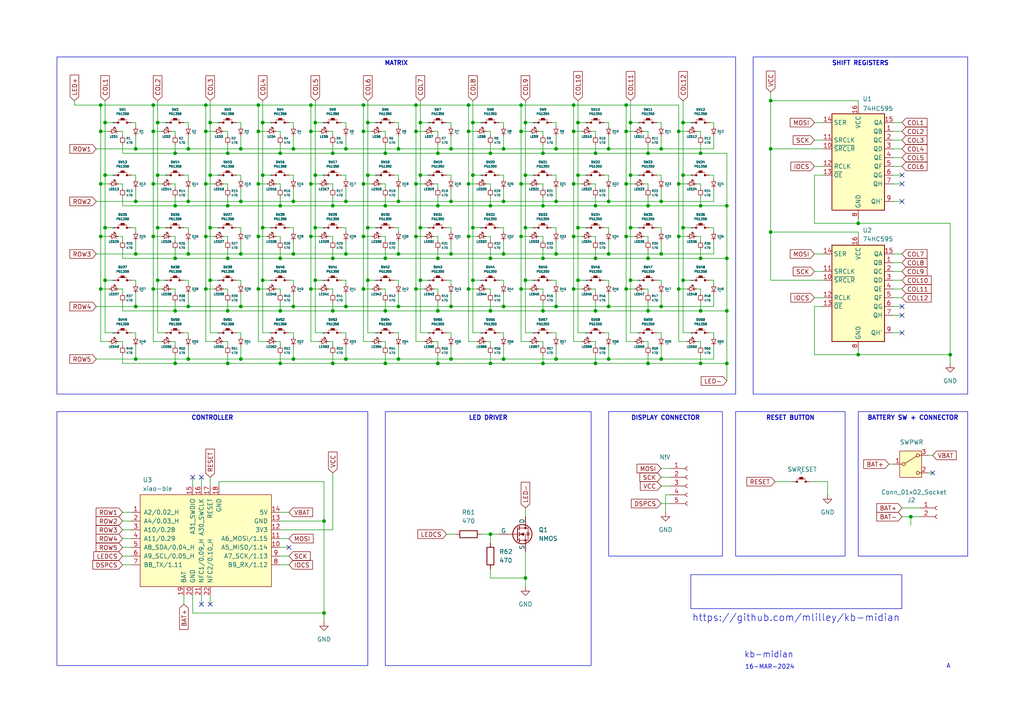
<source format=kicad_sch>
(kicad_sch (version 20231120) (generator "eeschema") (generator_version "8.0")
  (paper "A4")
  (junction (at 69.85 73.66))
  (junction (at 203.2 105.41))
  (junction (at 60.96 66.04))
  (junction (at 135.89 53.34))
  (junction (at 166.37 83.82))
  (junction (at 50.8 74.93))
  (junction (at 60.96 81.28))
  (junction (at 29.21 38.1))
  (junction (at 45.72 50.8))
  (junction (at 66.04 90.17))
  (junction (at 69.85 43.18))
  (junction (at 74.93 83.82))
  (junction (at 166.37 38.1))
  (junction (at 121.92 50.8))
  (junction (at 81.28 59.69))
  (junction (at 29.21 68.58))
  (junction (at 39.37 104.14))
  (junction (at 115.57 58.42))
  (junction (at 182.88 81.28))
  (junction (at 76.2 35.56))
  (junction (at 74.93 53.34))
  (junction (at 127 74.93))
  (junction (at 90.17 38.1))
  (junction (at 85.09 43.18))
  (junction (at 203.2 90.17))
  (junction (at 176.53 104.14))
  (junction (at 146.05 43.18))
  (junction (at 196.85 38.1))
  (junction (at 66.04 105.41))
  (junction (at 106.68 50.8))
  (junction (at 151.13 68.58))
  (junction (at 142.24 44.45))
  (junction (at 176.53 58.42))
  (junction (at 93.98 151.13))
  (junction (at 44.45 68.58))
  (junction (at 45.72 66.04))
  (junction (at 69.85 104.14))
  (junction (at 198.12 35.56))
  (junction (at 59.69 68.58))
  (junction (at 191.77 43.18))
  (junction (at 157.48 44.45))
  (junction (at 191.77 88.9))
  (junction (at 137.16 81.28))
  (junction (at 96.52 90.17))
  (junction (at 59.69 53.34))
  (junction (at 161.29 104.14))
  (junction (at 135.89 83.82))
  (junction (at 44.45 38.1))
  (junction (at 187.96 44.45))
  (junction (at 120.65 30.48))
  (junction (at 45.72 35.56))
  (junction (at 176.53 43.18))
  (junction (at 29.21 30.48))
  (junction (at 142.24 90.17))
  (junction (at 39.37 73.66))
  (junction (at 39.37 58.42))
  (junction (at 223.52 43.18))
  (junction (at 100.33 104.14))
  (junction (at 157.48 105.41))
  (junction (at 44.45 30.48))
  (junction (at 81.28 44.45))
  (junction (at 74.93 68.58))
  (junction (at 91.44 81.28))
  (junction (at 182.88 66.04))
  (junction (at 54.61 73.66))
  (junction (at 146.05 73.66))
  (junction (at 90.17 83.82))
  (junction (at 90.17 30.48))
  (junction (at 91.44 50.8))
  (junction (at 172.72 105.41))
  (junction (at 166.37 68.58))
  (junction (at 172.72 74.93))
  (junction (at 181.61 38.1))
  (junction (at 120.65 53.34))
  (junction (at 182.88 50.8))
  (junction (at 90.17 53.34))
  (junction (at 152.4 66.04))
  (junction (at 85.09 73.66))
  (junction (at 120.65 68.58))
  (junction (at 39.37 43.18))
  (junction (at 121.92 66.04))
  (junction (at 152.4 50.8))
  (junction (at 93.98 177.8))
  (junction (at 191.77 58.42))
  (junction (at 135.89 68.58))
  (junction (at 167.64 81.28))
  (junction (at 146.05 58.42))
  (junction (at 111.76 74.93))
  (junction (at 151.13 38.1))
  (junction (at 210.82 90.17))
  (junction (at 130.81 43.18))
  (junction (at 172.72 44.45))
  (junction (at 29.21 53.34))
  (junction (at 54.61 104.14))
  (junction (at 176.53 88.9))
  (junction (at 137.16 35.56))
  (junction (at 172.72 90.17))
  (junction (at 152.4 167.64))
  (junction (at 187.96 90.17))
  (junction (at 181.61 53.34))
  (junction (at 50.8 90.17))
  (junction (at 198.12 66.04))
  (junction (at 161.29 88.9))
  (junction (at 30.48 35.56))
  (junction (at 127 59.69))
  (junction (at 120.65 38.1))
  (junction (at 74.93 30.48))
  (junction (at 203.2 74.93))
  (junction (at 76.2 66.04))
  (junction (at 275.59 102.87))
  (junction (at 137.16 66.04))
  (junction (at 130.81 73.66))
  (junction (at 151.13 30.48))
  (junction (at 100.33 58.42))
  (junction (at 81.28 74.93))
  (junction (at 66.04 74.93))
  (junction (at 167.64 50.8))
  (junction (at 135.89 38.1))
  (junction (at 203.2 59.69))
  (junction (at 50.8 105.41))
  (junction (at 91.44 35.56))
  (junction (at 196.85 68.58))
  (junction (at 44.45 83.82))
  (junction (at 60.96 35.56))
  (junction (at 172.72 59.69))
  (junction (at 161.29 73.66))
  (junction (at 45.72 81.28))
  (junction (at 96.52 105.41))
  (junction (at 181.61 68.58))
  (junction (at 105.41 53.34))
  (junction (at 198.12 81.28))
  (junction (at 187.96 59.69))
  (junction (at 59.69 83.82))
  (junction (at 182.88 35.56))
  (junction (at 210.82 105.41))
  (junction (at 176.53 73.66))
  (junction (at 59.69 30.48))
  (junction (at 166.37 53.34))
  (junction (at 105.41 30.48))
  (junction (at 85.09 88.9))
  (junction (at 74.93 38.1))
  (junction (at 130.81 58.42))
  (junction (at 76.2 81.28))
  (junction (at 146.05 104.14))
  (junction (at 50.8 44.45))
  (junction (at 111.76 105.41))
  (junction (at 96.52 59.69))
  (junction (at 161.29 58.42))
  (junction (at 105.41 68.58))
  (junction (at 157.48 90.17))
  (junction (at 106.68 81.28))
  (junction (at 264.16 149.86))
  (junction (at 142.24 74.93))
  (junction (at 106.68 66.04))
  (junction (at 127 105.41))
  (junction (at 59.69 38.1))
  (junction (at 181.61 83.82))
  (junction (at 210.82 74.93))
  (junction (at 130.81 88.9))
  (junction (at 157.48 59.69))
  (junction (at 76.2 50.8))
  (junction (at 127 90.17))
  (junction (at 120.65 83.82))
  (junction (at 203.2 44.45))
  (junction (at 54.61 43.18))
  (junction (at 39.37 88.9))
  (junction (at 85.09 104.14))
  (junction (at 196.85 83.82))
  (junction (at 30.48 50.8))
  (junction (at 121.92 35.56))
  (junction (at 187.96 105.41))
  (junction (at 196.85 53.34))
  (junction (at 191.77 104.14))
  (junction (at 142.24 105.41))
  (junction (at 198.12 50.8))
  (junction (at 50.8 59.69))
  (junction (at 96.52 74.93))
  (junction (at 248.92 102.87))
  (junction (at 91.44 66.04))
  (junction (at 187.96 74.93))
  (junction (at 157.48 74.93))
  (junction (at 100.33 43.18))
  (junction (at 30.48 81.28))
  (junction (at 210.82 59.69))
  (junction (at 81.28 105.41))
  (junction (at 167.64 35.56))
  (junction (at 69.85 88.9))
  (junction (at 30.48 66.04))
  (junction (at 105.41 38.1))
  (junction (at 81.28 90.17))
  (junction (at 85.09 58.42))
  (junction (at 29.21 83.82))
  (junction (at 66.04 59.69))
  (junction (at 181.61 30.48))
  (junction (at 54.61 88.9))
  (junction (at 69.85 58.42))
  (junction (at 60.96 50.8))
  (junction (at 106.68 35.56))
  (junction (at 151.13 83.82))
  (junction (at 152.4 81.28))
  (junction (at 130.81 104.14))
  (junction (at 111.76 44.45))
  (junction (at 166.37 30.48))
  (junction (at 223.52 29.21))
  (junction (at 223.52 67.31))
  (junction (at 151.13 53.34))
  (junction (at 121.92 81.28))
  (junction (at 115.57 43.18))
  (junction (at 115.57 88.9))
  (junction (at 248.92 64.77))
  (junction (at 127 44.45))
  (junction (at 146.05 88.9))
  (junction (at 96.52 44.45))
  (junction (at 90.17 68.58))
  (junction (at 100.33 73.66))
  (junction (at 137.16 50.8))
  (junction (at 54.61 58.42))
  (junction (at 105.41 83.82))
  (junction (at 66.04 44.45))
  (junction (at 191.77 73.66))
  (junction (at 152.4 35.56))
  (junction (at 142.24 59.69))
  (junction (at 167.64 66.04))
  (junction (at 142.24 154.94))
  (junction (at 44.45 53.34))
  (junction (at 135.89 30.48))
  (junction (at 115.57 73.66))
  (junction (at 111.76 90.17))
  (junction (at 100.33 88.9))
  (junction (at 111.76 59.69))
  (junction (at 161.29 43.18))
  (junction (at 115.57 104.14))
  (no_connect (at 60.96 175.26))
  (no_connect (at 261.62 91.44))
  (no_connect (at 261.62 50.8))
  (no_connect (at 270.51 137.16))
  (no_connect (at 58.42 138.43))
  (no_connect (at 58.42 175.26))
  (no_connect (at 83.82 158.75))
  (no_connect (at 261.62 96.52))
  (no_connect (at 55.88 138.43))
  (no_connect (at 261.62 88.9))
  (no_connect (at 261.62 58.42))
  (no_connect (at 261.62 53.34))
  (wire (pts (xy 111.76 87.63) (xy 111.76 90.17)))
  (wire (pts (xy 191.77 73.66) (xy 207.01 73.66)))
  (wire (pts (xy 66.04 105.41) (xy 81.28 105.41)))
  (wire (pts (xy 261.62 38.1) (xy 259.08 38.1)))
  (wire (pts (xy 146.05 39.37) (xy 146.05 43.18)))
  (wire (pts (xy 166.37 53.34) (xy 168.91 53.34)))
  (wire (pts (xy 105.41 30.48) (xy 120.65 30.48)))
  (wire (pts (xy 69.85 88.9) (xy 85.09 88.9)))
  (wire (pts (xy 95.25 83.82) (xy 96.52 83.82)))
  (wire (pts (xy 172.72 83.82) (xy 172.72 85.09)))
  (wire (pts (xy 39.37 96.52) (xy 39.37 97.79)))
  (wire (pts (xy 187.96 38.1) (xy 187.96 39.37)))
  (wire (pts (xy 111.76 102.87) (xy 111.76 105.41)))
  (wire (pts (xy 85.09 88.9) (xy 100.33 88.9)))
  (wire (pts (xy 171.45 53.34) (xy 172.72 53.34)))
  (wire (pts (xy 130.81 66.04) (xy 130.81 67.31)))
  (wire (pts (xy 201.93 68.58) (xy 203.2 68.58)))
  (wire (pts (xy 111.76 90.17) (xy 127 90.17)))
  (wire (pts (xy 44.45 83.82) (xy 46.99 83.82)))
  (wire (pts (xy 60.96 35.56) (xy 63.5 35.56)))
  (wire (pts (xy 129.54 81.28) (xy 130.81 81.28)))
  (wire (pts (xy 34.29 53.34) (xy 35.56 53.34)))
  (wire (pts (xy 176.53 88.9) (xy 191.77 88.9)))
  (wire (pts (xy 44.45 53.34) (xy 44.45 68.58)))
  (wire (pts (xy 27.94 104.14) (xy 39.37 104.14)))
  (wire (pts (xy 203.2 74.93) (xy 210.82 74.93)))
  (wire (pts (xy 39.37 43.18) (xy 54.61 43.18)))
  (wire (pts (xy 100.33 58.42) (xy 115.57 58.42)))
  (wire (pts (xy 34.29 38.1) (xy 35.56 38.1)))
  (wire (pts (xy 55.88 172.72) (xy 55.88 177.8)))
  (wire (pts (xy 111.76 99.06) (xy 111.76 100.33)))
  (wire (pts (xy 27.94 43.18) (xy 39.37 43.18)))
  (wire (pts (xy 111.76 44.45) (xy 127 44.45)))
  (wire (pts (xy 146.05 85.09) (xy 146.05 88.9)))
  (wire (pts (xy 175.26 50.8) (xy 176.53 50.8)))
  (wire (pts (xy 127 53.34) (xy 127 54.61)))
  (wire (pts (xy 60.96 81.28) (xy 63.5 81.28)))
  (wire (pts (xy 259.08 88.9) (xy 261.62 88.9)))
  (wire (pts (xy 76.2 81.28) (xy 78.74 81.28)))
  (wire (pts (xy 35.56 102.87) (xy 35.56 105.41)))
  (wire (pts (xy 140.97 53.34) (xy 142.24 53.34)))
  (wire (pts (xy 100.33 43.18) (xy 115.57 43.18)))
  (wire (pts (xy 240.03 143.51) (xy 240.03 139.7)))
  (wire (pts (xy 105.41 83.82) (xy 105.41 99.06)))
  (wire (pts (xy 191.77 140.97) (xy 194.31 140.97)))
  (wire (pts (xy 96.52 83.82) (xy 96.52 85.09)))
  (wire (pts (xy 29.21 53.34) (xy 31.75 53.34)))
  (wire (pts (xy 80.01 53.34) (xy 81.28 53.34)))
  (wire (pts (xy 144.78 35.56) (xy 146.05 35.56)))
  (wire (pts (xy 30.48 66.04) (xy 33.02 66.04)))
  (wire (pts (xy 50.8 83.82) (xy 50.8 85.09)))
  (wire (pts (xy 127 72.39) (xy 127 74.93)))
  (wire (pts (xy 203.2 102.87) (xy 203.2 105.41)))
  (wire (pts (xy 66.04 83.82) (xy 66.04 85.09)))
  (wire (pts (xy 172.72 90.17) (xy 187.96 90.17)))
  (wire (pts (xy 203.2 57.15) (xy 203.2 59.69)))
  (wire (pts (xy 81.28 83.82) (xy 81.28 85.09)))
  (wire (pts (xy 35.56 161.29) (xy 38.1 161.29)))
  (wire (pts (xy 60.96 50.8) (xy 63.5 50.8)))
  (wire (pts (xy 259.08 58.42) (xy 261.62 58.42)))
  (wire (pts (xy 191.77 104.14) (xy 207.01 104.14)))
  (wire (pts (xy 54.61 50.8) (xy 54.61 52.07)))
  (wire (pts (xy 44.45 30.48) (xy 44.45 38.1)))
  (wire (pts (xy 54.61 85.09) (xy 54.61 88.9)))
  (wire (pts (xy 83.82 35.56) (xy 85.09 35.56)))
  (wire (pts (xy 140.97 68.58) (xy 142.24 68.58)))
  (wire (pts (xy 160.02 81.28) (xy 161.29 81.28)))
  (wire (pts (xy 96.52 53.34) (xy 96.52 54.61)))
  (wire (pts (xy 223.52 29.21) (xy 248.92 29.21)))
  (wire (pts (xy 171.45 83.82) (xy 172.72 83.82)))
  (wire (pts (xy 64.77 68.58) (xy 66.04 68.58)))
  (wire (pts (xy 172.72 53.34) (xy 172.72 54.61)))
  (wire (pts (xy 187.96 105.41) (xy 203.2 105.41)))
  (wire (pts (xy 74.93 83.82) (xy 74.93 99.06)))
  (wire (pts (xy 85.09 39.37) (xy 85.09 43.18)))
  (wire (pts (xy 85.09 58.42) (xy 100.33 58.42)))
  (wire (pts (xy 130.81 35.56) (xy 130.81 36.83)))
  (wire (pts (xy 91.44 50.8) (xy 93.98 50.8)))
  (wire (pts (xy 96.52 38.1) (xy 96.52 39.37)))
  (wire (pts (xy 161.29 69.85) (xy 161.29 73.66)))
  (wire (pts (xy 111.76 38.1) (xy 111.76 39.37)))
  (wire (pts (xy 115.57 96.52) (xy 115.57 97.79)))
  (wire (pts (xy 85.09 69.85) (xy 85.09 73.66)))
  (wire (pts (xy 53.34 81.28) (xy 54.61 81.28)))
  (wire (pts (xy 176.53 100.33) (xy 176.53 104.14)))
  (wire (pts (xy 181.61 83.82) (xy 181.61 99.06)))
  (wire (pts (xy 210.82 105.41) (xy 210.82 110.49)))
  (wire (pts (xy 137.16 29.21) (xy 137.16 35.56)))
  (wire (pts (xy 142.24 41.91) (xy 142.24 44.45)))
  (wire (pts (xy 30.48 29.21) (xy 30.48 35.56)))
  (wire (pts (xy 201.93 38.1) (xy 203.2 38.1)))
  (wire (pts (xy 137.16 81.28) (xy 139.7 81.28)))
  (wire (pts (xy 35.56 90.17) (xy 50.8 90.17)))
  (wire (pts (xy 171.45 68.58) (xy 172.72 68.58)))
  (wire (pts (xy 130.81 85.09) (xy 130.81 88.9)))
  (wire (pts (xy 81.28 53.34) (xy 81.28 54.61)))
  (wire (pts (xy 236.22 78.74) (xy 238.76 78.74)))
  (wire (pts (xy 161.29 100.33) (xy 161.29 104.14)))
  (wire (pts (xy 58.42 175.26) (xy 58.42 172.72)))
  (wire (pts (xy 60.96 96.52) (xy 63.5 96.52)))
  (wire (pts (xy 205.74 50.8) (xy 207.01 50.8)))
  (wire (pts (xy 76.2 29.21) (xy 76.2 35.56)))
  (wire (pts (xy 167.64 81.28) (xy 167.64 96.52)))
  (wire (pts (xy 21.59 30.48) (xy 21.59 29.21)))
  (wire (pts (xy 191.77 81.28) (xy 191.77 82.55)))
  (wire (pts (xy 59.69 83.82) (xy 62.23 83.82)))
  (wire (pts (xy 60.96 66.04) (xy 60.96 81.28)))
  (wire (pts (xy 137.16 96.52) (xy 139.7 96.52)))
  (wire (pts (xy 187.96 44.45) (xy 203.2 44.45)))
  (wire (pts (xy 69.85 39.37) (xy 69.85 43.18)))
  (wire (pts (xy 187.96 72.39) (xy 187.96 74.93)))
  (wire (pts (xy 74.93 68.58) (xy 74.93 83.82)))
  (wire (pts (xy 69.85 50.8) (xy 69.85 52.07)))
  (wire (pts (xy 144.78 66.04) (xy 146.05 66.04)))
  (wire (pts (xy 93.98 139.7) (xy 93.98 151.13)))
  (wire (pts (xy 167.64 35.56) (xy 170.18 35.56)))
  (wire (pts (xy 248.92 30.48) (xy 248.92 29.21)))
  (wire (pts (xy 182.88 66.04) (xy 182.88 81.28)))
  (wire (pts (xy 146.05 54.61) (xy 146.05 58.42)))
  (wire (pts (xy 50.8 41.91) (xy 50.8 44.45)))
  (wire (pts (xy 93.98 177.8) (xy 93.98 180.34)))
  (wire (pts (xy 35.56 57.15) (xy 35.56 59.69)))
  (wire (pts (xy 191.77 50.8) (xy 191.77 52.07)))
  (wire (pts (xy 203.2 68.58) (xy 203.2 69.85)))
  (wire (pts (xy 115.57 50.8) (xy 115.57 52.07)))
  (wire (pts (xy 30.48 81.28) (xy 30.48 96.52)))
  (wire (pts (xy 69.85 85.09) (xy 69.85 88.9)))
  (wire (pts (xy 66.04 59.69) (xy 81.28 59.69)))
  (wire (pts (xy 74.93 38.1) (xy 77.47 38.1)))
  (wire (pts (xy 161.29 54.61) (xy 161.29 58.42)))
  (wire (pts (xy 50.8 99.06) (xy 50.8 100.33)))
  (wire (pts (xy 190.5 96.52) (xy 191.77 96.52)))
  (wire (pts (xy 190.5 50.8) (xy 191.77 50.8)))
  (wire (pts (xy 182.88 81.28) (xy 185.42 81.28)))
  (wire (pts (xy 85.09 104.14) (xy 100.33 104.14)))
  (wire (pts (xy 105.41 53.34) (xy 107.95 53.34)))
  (wire (pts (xy 182.88 66.04) (xy 185.42 66.04)))
  (wire (pts (xy 151.13 38.1) (xy 153.67 38.1)))
  (wire (pts (xy 191.77 85.09) (xy 191.77 88.9)))
  (wire (pts (xy 142.24 87.63) (xy 142.24 90.17)))
  (wire (pts (xy 236.22 50.8) (xy 236.22 64.77)))
  (wire (pts (xy 137.16 35.56) (xy 139.7 35.56)))
  (wire (pts (xy 166.37 38.1) (xy 166.37 53.34)))
  (wire (pts (xy 76.2 66.04) (xy 78.74 66.04)))
  (wire (pts (xy 64.77 83.82) (xy 66.04 83.82)))
  (wire (pts (xy 176.53 73.66) (xy 191.77 73.66)))
  (wire (pts (xy 76.2 50.8) (xy 78.74 50.8)))
  (wire (pts (xy 85.09 100.33) (xy 85.09 104.14)))
  (wire (pts (xy 207.01 54.61) (xy 207.01 58.42)))
  (wire (pts (xy 105.41 99.06) (xy 107.95 99.06)))
  (wire (pts (xy 236.22 73.66) (xy 238.76 73.66)))
  (wire (pts (xy 198.12 35.56) (xy 198.12 50.8)))
  (wire (pts (xy 135.89 68.58) (xy 135.89 83.82)))
  (wire (pts (xy 44.45 30.48) (xy 59.69 30.48)))
  (wire (pts (xy 105.41 30.48) (xy 105.41 38.1)))
  (wire (pts (xy 190.5 81.28) (xy 191.77 81.28)))
  (wire (pts (xy 111.76 72.39) (xy 111.76 74.93)))
  (wire (pts (xy 110.49 38.1) (xy 111.76 38.1)))
  (wire (pts (xy 142.24 44.45) (xy 157.48 44.45)))
  (wire (pts (xy 172.72 38.1) (xy 172.72 39.37)))
  (wire (pts (xy 275.59 102.87) (xy 275.59 64.77)))
  (wire (pts (xy 45.72 81.28) (xy 48.26 81.28)))
  (wire (pts (xy 234.95 139.7) (xy 240.03 139.7)))
  (wire (pts (xy 127 74.93) (xy 142.24 74.93)))
  (wire (pts (xy 35.56 163.83) (xy 38.1 163.83)))
  (wire (pts (xy 166.37 99.06) (xy 168.91 99.06)))
  (wire (pts (xy 224.79 139.7) (xy 229.87 139.7)))
  (wire (pts (xy 29.21 38.1) (xy 29.21 53.34)))
  (wire (pts (xy 90.17 30.48) (xy 105.41 30.48)))
  (wire (pts (xy 66.04 57.15) (xy 66.04 59.69)))
  (wire (pts (xy 135.89 99.06) (xy 138.43 99.06)))
  (wire (pts (xy 81.28 68.58) (xy 81.28 69.85)))
  (wire (pts (xy 140.97 99.06) (xy 142.24 99.06)))
  (wire (pts (xy 181.61 53.34) (xy 184.15 53.34)))
  (wire (pts (xy 120.65 68.58) (xy 123.19 68.58)))
  (wire (pts (xy 139.7 154.94) (xy 142.24 154.94)))
  (wire (pts (xy 49.53 53.34) (xy 50.8 53.34)))
  (wire (pts (xy 236.22 64.77) (xy 248.92 64.77)))
  (wire (pts (xy 53.34 50.8) (xy 54.61 50.8)))
  (wire (pts (xy 166.37 30.48) (xy 166.37 38.1)))
  (wire (pts (xy 96.52 102.87) (xy 96.52 105.41)))
  (wire (pts (xy 49.53 68.58) (xy 50.8 68.58)))
  (wire (pts (xy 110.49 53.34) (xy 111.76 53.34)))
  (wire (pts (xy 264.16 149.86) (xy 264.16 152.4)))
  (wire (pts (xy 129.54 35.56) (xy 130.81 35.56)))
  (wire (pts (xy 175.26 96.52) (xy 176.53 96.52)))
  (wire (pts (xy 140.97 83.82) (xy 142.24 83.82)))
  (wire (pts (xy 115.57 73.66) (xy 130.81 73.66)))
  (wire (pts (xy 161.29 81.28) (xy 161.29 82.55)))
  (wire (pts (xy 85.09 43.18) (xy 100.33 43.18)))
  (wire (pts (xy 111.76 83.82) (xy 111.76 85.09)))
  (wire (pts (xy 90.17 83.82) (xy 90.17 99.06)))
  (wire (pts (xy 64.77 53.34) (xy 66.04 53.34)))
  (wire (pts (xy 152.4 50.8) (xy 154.94 50.8)))
  (wire (pts (xy 190.5 66.04) (xy 191.77 66.04)))
  (wire (pts (xy 121.92 96.52) (xy 124.46 96.52)))
  (wire (pts (xy 156.21 99.06) (xy 157.48 99.06)))
  (wire (pts (xy 198.12 50.8) (xy 200.66 50.8)))
  (wire (pts (xy 182.88 35.56) (xy 185.42 35.56)))
  (wire (pts (xy 140.97 38.1) (xy 142.24 38.1)))
  (wire (pts (xy 121.92 81.28) (xy 121.92 96.52)))
  (wire (pts (xy 59.69 53.34) (xy 59.69 68.58)))
  (wire (pts (xy 152.4 167.64) (xy 152.4 170.18)))
  (wire (pts (xy 50.8 72.39) (xy 50.8 74.93)))
  (wire (pts (xy 114.3 66.04) (xy 115.57 66.04)))
  (wire (pts (xy 151.13 99.06) (xy 153.67 99.06)))
  (wire (pts (xy 259.08 50.8) (xy 261.62 50.8)))
  (wire (pts (xy 91.44 66.04) (xy 91.44 81.28)))
  (wire (pts (xy 38.1 50.8) (xy 39.37 50.8)))
  (wire (pts (xy 198.12 81.28) (xy 198.12 96.52)))
  (wire (pts (xy 105.41 68.58) (xy 105.41 83.82)))
  (wire (pts (xy 105.41 38.1) (xy 105.41 53.34)))
  (wire (pts (xy 137.16 66.04) (xy 137.16 81.28)))
  (wire (pts (xy 39.37 69.85) (xy 39.37 73.66)))
  (wire (pts (xy 198.12 50.8) (xy 198.12 66.04)))
  (wire (pts (xy 81.28 102.87) (xy 81.28 105.41)))
  (wire (pts (xy 166.37 83.82) (xy 166.37 99.06)))
  (wire (pts (xy 201.93 53.34) (xy 203.2 53.34)))
  (wire (pts (xy 66.04 74.93) (xy 81.28 74.93)))
  (wire (pts (xy 106.68 50.8) (xy 109.22 50.8)))
  (wire (pts (xy 142.24 59.69) (xy 157.48 59.69)))
  (wire (pts (xy 85.09 85.09) (xy 85.09 88.9)))
  (wire (pts (xy 193.04 143.51) (xy 194.31 143.51)))
  (wire (pts (xy 120.65 53.34) (xy 120.65 68.58)))
  (wire (pts (xy 83.82 161.29) (xy 81.28 161.29)))
  (wire (pts (xy 172.72 68.58) (xy 172.72 69.85)))
  (wire (pts (xy 30.48 35.56) (xy 30.48 50.8)))
  (wire (pts (xy 259.08 53.34) (xy 261.62 53.34)))
  (wire (pts (xy 157.48 68.58) (xy 157.48 69.85)))
  (wire (pts (xy 66.04 68.58) (xy 66.04 69.85)))
  (wire (pts (xy 115.57 54.61) (xy 115.57 58.42)))
  (wire (pts (xy 142.24 74.93) (xy 157.48 74.93)))
  (wire (pts (xy 176.53 50.8) (xy 176.53 52.07)))
  (wire (pts (xy 198.12 66.04) (xy 200.66 66.04)))
  (wire (pts (xy 74.93 38.1) (xy 74.93 53.34)))
  (wire (pts (xy 142.24 154.94) (xy 142.24 157.48)))
  (wire (pts (xy 27.94 58.42) (xy 39.37 58.42)))
  (wire (pts (xy 161.29 96.52) (xy 161.29 97.79)))
  (wire (pts (xy 182.88 29.21) (xy 182.88 35.56)))
  (wire (pts (xy 187.96 90.17) (xy 203.2 90.17)))
  (wire (pts (xy 198.12 66.04) (xy 198.12 81.28)))
  (wire (pts (xy 45.72 29.21) (xy 45.72 35.56)))
  (wire (pts (xy 96.52 137.16) (xy 96.52 153.67)))
  (wire (pts (xy 66.04 72.39) (xy 66.04 74.93)))
  (wire (pts (xy 261.62 40.64) (xy 259.08 40.64)))
  (wire (pts (xy 205.74 66.04) (xy 207.01 66.04)))
  (wire (pts (xy 44.45 68.58) (xy 46.99 68.58)))
  (wire (pts (xy 106.68 29.21) (xy 106.68 35.56)))
  (wire (pts (xy 114.3 35.56) (xy 115.57 35.56)))
  (wire (pts (xy 236.22 40.64) (xy 238.76 40.64)))
  (wire (pts (xy 81.28 148.59) (xy 83.82 148.59)))
  (wire (pts (xy 35.56 41.91) (xy 35.56 44.45)))
  (wire (pts (xy 198.12 96.52) (xy 200.66 96.52)))
  (wire (pts (xy 146.05 35.56) (xy 146.05 36.83)))
  (wire (pts (xy 106.68 66.04) (xy 109.22 66.04)))
  (wire (pts (xy 236.22 50.8) (xy 238.76 50.8)))
  (wire (pts (xy 115.57 43.18) (xy 130.81 43.18)))
  (wire (pts (xy 196.85 83.82) (xy 199.39 83.82)))
  (wire (pts (xy 135.89 83.82) (xy 135.89 99.06)))
  (wire (pts (xy 106.68 81.28) (xy 106.68 96.52)))
  (wire (pts (xy 50.8 53.34) (xy 50.8 54.61)))
  (wire (pts (xy 125.73 83.82) (xy 127 83.82)))
  (wire (pts (xy 27.94 88.9) (xy 39.37 88.9)))
  (wire (pts (xy 172.72 74.93) (xy 187.96 74.93)))
  (wire (pts (xy 80.01 99.06) (xy 81.28 99.06)))
  (wire (pts (xy 85.09 54.61) (xy 85.09 58.42)))
  (wire (pts (xy 152.4 50.8) (xy 152.4 66.04)))
  (wire (pts (xy 29.21 83.82) (xy 29.21 99.06)))
  (wire (pts (xy 110.49 83.82) (xy 111.76 83.82)))
  (wire (pts (xy 236.22 88.9) (xy 238.76 88.9)))
  (wire (pts (xy 191.77 66.04) (xy 191.77 67.31)))
  (wire (pts (xy 81.28 72.39) (xy 81.28 74.93)))
  (wire (pts (xy 96.52 90.17) (xy 111.76 90.17)))
  (wire (pts (xy 66.04 38.1) (xy 66.04 39.37)))
  (wire (pts (xy 176.53 69.85) (xy 176.53 73.66)))
  (wire (pts (xy 203.2 41.91) (xy 203.2 44.45)))
  (wire (pts (xy 166.37 38.1) (xy 168.91 38.1)))
  (wire (pts (xy 196.85 30.48) (xy 196.85 38.1)))
  (wire (pts (xy 30.48 50.8) (xy 33.02 50.8)))
  (wire (pts (xy 166.37 83.82) (xy 168.91 83.82)))
  (wire (pts (xy 105.41 38.1) (xy 107.95 38.1)))
  (wire (pts (xy 191.77 54.61) (xy 191.77 58.42)))
  (wire (pts (xy 35.56 105.41) (xy 50.8 105.41)))
  (wire (pts (xy 198.12 81.28) (xy 200.66 81.28)))
  (wire (pts (xy 160.02 50.8) (xy 161.29 50.8)))
  (wire (pts (xy 60.96 29.21) (xy 60.96 35.56)))
  (wire (pts (xy 96.52 74.93) (xy 111.76 74.93)))
  (wire (pts (xy 45.72 35.56) (xy 48.26 35.56)))
  (wire (pts (xy 121.92 81.28) (xy 124.46 81.28)))
  (wire (pts (xy 50.8 102.87) (xy 50.8 105.41)))
  (wire (pts (xy 59.69 68.58) (xy 62.23 68.58)))
  (wire (pts (xy 54.61 39.37) (xy 54.61 43.18)))
  (wire (pts (xy 191.77 100.33) (xy 191.77 104.14)))
  (wire (pts (xy 76.2 66.04) (xy 76.2 81.28)))
  (wire (pts (xy 151.13 68.58) (xy 153.67 68.58)))
  (wire (pts (xy 152.4 35.56) (xy 152.4 50.8)))
  (wire (pts (xy 74.93 68.58) (xy 77.47 68.58)))
  (wire (pts (xy 35.56 153.67) (xy 38.1 153.67)))
  (wire (pts (xy 80.01 38.1) (xy 81.28 38.1)))
  (wire (pts (xy 172.72 72.39) (xy 172.72 74.93)))
  (wire (pts (xy 85.09 73.66) (xy 100.33 73.66)))
  (wire (pts (xy 151.13 30.48) (xy 151.13 38.1)))
  (wire (pts (xy 181.61 83.82) (xy 184.15 83.82)))
  (wire (pts (xy 146.05 58.42) (xy 161.29 58.42)))
  (wire (pts (xy 142.24 154.94) (xy 144.78 154.94)))
  (wire (pts (xy 191.77 135.89) (xy 194.31 135.89)))
  (wire (pts (xy 259.08 96.52) (xy 261.62 96.52)))
  (wire (pts (xy 100.33 88.9) (xy 115.57 88.9)))
  (wire (pts (xy 96.52 72.39) (xy 96.52 74.93)))
  (wire (pts (xy 176.53 81.28) (xy 176.53 82.55)))
  (wire (pts (xy 54.61 81.28) (xy 54.61 82.55)))
  (wire (pts (xy 127 59.69) (xy 142.24 59.69)))
  (wire (pts (xy 44.45 99.06) (xy 46.99 99.06)))
  (wire (pts (xy 161.29 85.09) (xy 161.29 88.9)))
  (wire (pts (xy 105.41 68.58) (xy 107.95 68.58)))
  (wire (pts (xy 90.17 99.06) (xy 92.71 99.06)))
  (wire (pts (xy 64.77 99.06) (xy 66.04 99.06)))
  (wire (pts (xy 74.93 30.48) (xy 74.93 38.1)))
  (wire (pts (xy 275.59 64.77) (xy 248.92 64.77)))
  (wire (pts (xy 45.72 50.8) (xy 45.72 66.04)))
  (wire (pts (xy 120.65 38.1) (xy 120.65 53.34)))
  (wire (pts (xy 161.29 35.56) (xy 161.29 36.83)))
  (wire (pts (xy 146.05 88.9) (xy 161.29 88.9)))
  (wire (pts (xy 171.45 99.06) (xy 172.72 99.06)))
  (wire (pts (xy 110.49 68.58) (xy 111.76 68.58)))
  (wire (pts (xy 69.85 96.52) (xy 69.85 97.79)))
  (wire (pts (xy 69.85 43.18) (xy 85.09 43.18)))
  (wire (pts (xy 81.28 74.93) (xy 96.52 74.93)))
  (wire (pts (xy 80.01 68.58) (xy 81.28 68.58)))
  (wire (pts (xy 60.96 66.04) (xy 63.5 66.04)))
  (wire (pts (xy 130.81 39.37) (xy 130.81 43.18)))
  (wire (pts (xy 69.85 81.28) (xy 69.85 82.55)))
  (wire (pts (xy 35.56 158.75) (xy 38.1 158.75)))
  (wire (pts (xy 167.64 81.28) (xy 170.18 81.28)))
  (wire (pts (xy 81.28 44.45) (xy 96.52 44.45)))
  (wire (pts (xy 167.64 66.04) (xy 170.18 66.04)))
  (wire (pts (xy 35.56 74.93) (xy 50.8 74.93)))
  (wire (pts (xy 203.2 105.41) (xy 210.82 105.41)))
  (wire (pts (xy 30.48 50.8) (xy 30.48 66.04)))
  (wire (pts (xy 91.44 66.04) (xy 93.98 66.04)))
  (wire (pts (xy 100.33 69.85) (xy 100.33 73.66)))
  (wire (pts (xy 111.76 57.15) (xy 111.76 59.69)))
  (wire (pts (xy 130.81 54.61) (xy 130.81 58.42)))
  (wire (pts (xy 161.29 50.8) (xy 161.29 52.07)))
  (wire (pts (xy 198.12 29.21) (xy 198.12 35.56)))
  (wire (pts (xy 115.57 69.85) (xy 115.57 73.66)))
  (wire (pts (xy 50.8 90.17) (xy 66.04 90.17)))
  (wire (pts (xy 176.53 96.52) (xy 176.53 97.79)))
  (wire (pts (xy 171.45 38.1) (xy 172.72 38.1)))
  (wire (pts (xy 49.53 38.1) (xy 50.8 38.1)))
  (wire (pts (xy 205.74 35.56) (xy 207.01 35.56)))
  (wire (pts (xy 100.33 66.04) (xy 100.33 67.31)))
  (wire (pts (xy 261.62 35.56) (xy 259.08 35.56)))
  (wire (pts (xy 54.61 69.85) (xy 54.61 73.66)))
  (wire (pts (xy 127 68.58) (xy 127 69.85)))
  (wire (pts (xy 186.69 53.34) (xy 187.96 53.34)))
  (wire (pts (xy 156.21 53.34) (xy 157.48 53.34)))
  (wire (pts (xy 236.22 48.26) (xy 238.76 48.26)))
  (wire (pts (xy 85.09 35.56) (xy 85.09 36.83)))
  (wire (pts (xy 60.96 81.28) (xy 60.96 96.52)))
  (wire (pts (xy 203.2 53.34) (xy 203.2 54.61)))
  (wire (pts (xy 205.74 81.28) (xy 207.01 81.28)))
  (wire (pts (xy 96.52 41.91) (xy 96.52 44.45)))
  (wire (pts (xy 29.21 83.82) (xy 31.75 83.82)))
  (wire (pts (xy 135.89 68.58) (xy 138.43 68.58)))
  (wire (pts (xy 127 102.87) (xy 127 105.41)))
  (wire (pts (xy 127 99.06) (xy 127 100.33)))
  (wire (pts (xy 106.68 81.28) (xy 109.22 81.28)))
  (wire (pts (xy 172.72 99.06) (xy 172.72 100.33)))
  (wire (pts (xy 100.33 73.66) (xy 115.57 73.66)))
  (wire (pts (xy 181.61 38.1) (xy 184.15 38.1)))
  (wire (pts (xy 85.09 50.8) (xy 85.09 52.07)))
  (wire (pts (xy 120.65 30.48) (xy 120.65 38.1)))
  (wire (pts (xy 157.48 83.82) (xy 157.48 85.09)))
  (wire (pts (xy 83.82 96.52) (xy 85.09 96.52)))
  (wire (pts (xy 152.4 66.04) (xy 154.94 66.04)))
  (wire (pts (xy 223.52 43.18) (xy 223.52 67.31)))
  (wire (pts (xy 29.21 99.06) (xy 31.75 99.06)))
  (wire (pts (xy 115.57 85.09) (xy 115.57 88.9)))
  (wire (pts (xy 69.85 58.42) (xy 85.09 58.42)))
  (wire (pts (xy 99.06 81.28) (xy 100.33 81.28)))
  (wire (pts (xy 176.53 58.42) (xy 191.77 58.42)))
  (wire (pts (xy 90.17 68.58) (xy 92.71 68.58)))
  (wire (pts (xy 49.53 83.82) (xy 50.8 83.82)))
  (wire (pts (xy 90.17 38.1) (xy 90.17 53.34)))
  (wire (pts (xy 66.04 99.06) (xy 66.04 100.33)))
  (wire (pts (xy 49.53 99.06) (xy 50.8 99.06)))
  (wire (pts (xy 66.04 41.91) (xy 66.04 44.45)))
  (wire (pts (xy 142.24 167.64) (xy 152.4 167.64)))
  (wire (pts (xy 146.05 100.33) (xy 146.05 104.14)))
  (wire (pts (xy 81.28 38.1) (xy 81.28 39.37)))
  (wire (pts (xy 115.57 104.14) (xy 130.81 104.14)))
  (wire (pts (xy 95.25 68.58) (xy 96.52 68.58)))
  (wire (pts (xy 66.04 53.34) (xy 66.04 54.61)))
  (wire (pts (xy 76.2 35.56) (xy 76.2 50.8)))
  (wire (pts (xy 181.61 53.34) (xy 181.61 68.58)))
  (wire (pts (xy 157.48 74.93) (xy 172.72 74.93)))
  (wire (pts (xy 83.82 156.21) (xy 81.28 156.21)))
  (wire (pts (xy 161.29 88.9) (xy 176.53 88.9)))
  (wire (pts (xy 50.8 44.45) (xy 66.04 44.45)))
  (wire (pts (xy 54.61 66.04) (xy 54.61 67.31)))
  (wire (pts (xy 269.24 132.08) (xy 270.51 132.08)))
  (wire (pts (xy 130.81 69.85) (xy 130.81 73.66)))
  (wire (pts (xy 142.24 102.87) (xy 142.24 105.41)))
  (wire (pts (xy 151.13 30.48) (xy 166.37 30.48)))
  (wire (pts (xy 203.2 72.39) (xy 203.2 74.93)))
  (wire (pts (xy 196.85 53.34) (xy 196.85 68.58)))
  (wire (pts (xy 115.57 81.28) (xy 115.57 82.55)))
  (wire (pts (xy 54.61 104.14) (xy 69.85 104.14)))
  (wire (pts (xy 187.96 41.91) (xy 187.96 44.45)))
  (wire (pts (xy 172.72 87.63) (xy 172.72 90.17)))
  (wire (pts (xy 261.62 81.28) (xy 259.08 81.28)))
  (wire (pts (xy 74.93 99.06) (xy 77.47 99.06)))
  (wire (pts (xy 261.62 86.36) (xy 259.08 86.36)))
  (wire (pts (xy 91.44 35.56) (xy 91.44 50.8)))
  (wire (pts (xy 142.24 99.06) (xy 142.24 100.33)))
  (wire (pts (xy 181.61 68.58) (xy 181.61 83.82)))
  (wire (pts (xy 90.17 83.82) (xy 92.71 83.82)))
  (wire (pts (xy 125.73 68.58) (xy 127 68.58)))
  (wire (pts (xy 129.54 66.04) (xy 130.81 66.04)))
  (wire (pts (xy 190.5 35.56) (xy 191.77 35.56)))
  (wire (pts (xy 135.89 30.48) (xy 151.13 30.48)))
  (wire (pts (xy 187.96 53.34) (xy 187.96 54.61)))
  (wire (pts (xy 29.21 30.48) (xy 44.45 30.48)))
  (wire (pts (xy 223.52 43.18) (xy 238.76 43.18)))
  (wire (pts (xy 161.29 104.14) (xy 176.53 104.14)))
  (wire (pts (xy 74.93 30.48) (xy 90.17 30.48)))
  (wire (pts (xy 157.48 44.45) (xy 172.72 44.45)))
  (wire (pts (xy 91.44 81.28) (xy 93.98 81.28)))
  (wire (pts (xy 210.82 74.93) (xy 210.82 90.17)))
  (wire (pts (xy 191.77 35.56) (xy 191.77 36.83)))
  (wire (pts (xy 135.89 38.1) (xy 135.89 53.34)))
  (wire (pts (xy 81.28 90.17) (xy 96.52 90.17)))
  (wire (pts (xy 223.52 81.28) (xy 223.52 67.31)))
  (wire (pts (xy 157.48 87.63) (xy 157.48 90.17)))
  (wire (pts (xy 166.37 53.34) (xy 166.37 68.58)))
  (wire (pts (xy 100.33 35.56) (xy 100.33 36.83)))
  (wire (pts (xy 191.77 138.43) (xy 194.31 138.43)))
  (wire (pts (xy 39.37 54.61) (xy 39.37 58.42)))
  (wire (pts (xy 161.29 66.04) (xy 161.29 67.31)))
  (wire (pts (xy 203.2 38.1) (xy 203.2 39.37)))
  (wire (pts (xy 142.24 105.41) (xy 157.48 105.41)))
  (wire (pts (xy 137.16 35.56) (xy 137.16 50.8)))
  (wire (pts (xy 142.24 165.1) (xy 142.24 167.64)))
  (wire (pts (xy 54.61 43.18) (xy 69.85 43.18)))
  (wire (pts (xy 198.12 35.56) (xy 200.66 35.56)))
  (wire (pts (xy 203.2 83.82) (xy 203.2 85.09)))
  (wire (pts (xy 30.48 66.04) (xy 30.48 81.28)))
  (wire (pts (xy 157.48 105.41) (xy 172.72 105.41)))
  (wire (pts (xy 50.8 59.69) (xy 66.04 59.69)))
  (wire (pts (xy 160.02 35.56) (xy 161.29 35.56)))
  (wire (pts (xy 161.29 39.37) (xy 161.29 43.18)))
  (wire (pts (xy 39.37 73.66) (xy 54.61 73.66)))
  (wire (pts (xy 182.88 35.56) (xy 182.88 50.8)))
  (wire (pts (xy 142.24 38.1) (xy 142.24 39.37)))
  (wire (pts (xy 137.16 66.04) (xy 139.7 66.04)))
  (wire (pts (xy 85.09 96.52) (xy 85.09 97.79)))
  (wire (pts (xy 59.69 38.1) (xy 62.23 38.1)))
  (wire (pts (xy 121.92 29.21) (xy 121.92 35.56)))
  (wire (pts (xy 45.72 66.04) (xy 48.26 66.04)))
  (wire (pts (xy 257.81 134.62) (xy 259.08 134.62)))
  (wire (pts (xy 196.85 99.06) (xy 199.39 99.06)))
  (wire (pts (xy 68.58 66.04) (xy 69.85 66.04)))
  (wire (pts (xy 99.06 50.8) (xy 100.33 50.8)))
  (wire (pts (xy 142.24 53.34) (xy 142.24 54.61)))
  (wire (pts (xy 121.92 35.56) (xy 121.92 50.8)))
  (wire (pts (xy 34.29 83.82) (xy 35.56 83.82)))
  (wire (pts (xy 96.52 105.41) (xy 111.76 105.41)))
  (wire (pts (xy 144.78 96.52) (xy 146.05 96.52)))
  (wire (pts (xy 85.09 66.04) (xy 85.09 67.31)))
  (wire (pts (xy 181.61 30.48) (xy 181.61 38.1)))
  (wire (pts (xy 157.48 57.15) (xy 157.48 59.69)))
  (wire (pts (xy 187.96 74.93) (xy 203.2 74.93)))
  (wire (pts (xy 81.28 59.69) (xy 96.52 59.69)))
  (wire (pts (xy 66.04 90.17) (xy 81.28 90.17)))
  (wire (pts (xy 172.72 59.69) (xy 187.96 59.69)))
  (wire (pts (xy 64.77 38.1) (xy 66.04 38.1)))
  (wire (pts (xy 127 44.45) (xy 142.24 44.45)))
  (wire (pts (xy 35.56 148.59) (xy 38.1 148.59)))
  (wire (pts (xy 100.33 39.37) (xy 100.33 43.18)))
  (wire (pts (xy 261.62 78.74) (xy 259.08 78.74)))
  (wire (pts (xy 135.89 83.82) (xy 138.43 83.82)))
  (wire (pts (xy 207.01 81.28) (xy 207.01 82.55)))
  (wire (pts (xy 181.61 38.1) (xy 181.61 53.34)))
  (wire (pts (xy 53.34 66.04) (xy 54.61 66.04)))
  (wire (pts (xy 35.56 83.82) (xy 35.56 85.09)))
  (wire (pts (xy 186.69 68.58) (xy 187.96 68.58)))
  (wire (pts (xy 167.64 29.21) (xy 167.64 35.56)))
  (wire (pts (xy 121.92 66.04) (xy 121.92 81.28)))
  (wire (pts (xy 100.33 85.09) (xy 100.33 88.9)))
  (wire (pts (xy 236.22 88.9) (xy 236.22 102.87)))
  (wire (pts (xy 151.13 83.82) (xy 153.67 83.82)))
  (wire (pts (xy 111.76 59.69) (xy 127 59.69)))
  (wire (pts (xy 261.62 43.18) (xy 259.08 43.18)))
  (wire (pts (xy 39.37 104.14) (xy 54.61 104.14)))
  (wire (pts (xy 111.76 53.34) (xy 111.76 54.61)))
  (wire (pts (xy 130.81 58.42) (xy 146.05 58.42)))
  (wire (pts (xy 58.42 138.43) (xy 58.42 140.97)))
  (wire (pts (xy 100.33 100.33) (xy 100.33 104.14)))
  (wire (pts (xy 187.96 99.06) (xy 187.96 100.33)))
  (wire (pts (xy 130.81 100.33) (xy 130.81 104.14)))
  (wire (pts (xy 146.05 50.8) (xy 146.05 52.07)))
  (wire (pts (xy 111.76 41.91) (xy 111.76 44.45)))
  (wire (pts (xy 59.69 99.06) (xy 62.23 99.06)))
  (wire (pts (xy 30.48 96.52) (xy 33.02 96.52)))
  (wire (pts (xy 187.96 87.63) (xy 187.96 90.17)))
  (wire (pts (xy 39.37 50.8) (xy 39.37 52.07)))
  (wire (pts (xy 29.21 68.58) (xy 29.21 83.82)))
  (wire (pts (xy 166.37 30.48) (xy 181.61 30.48)))
  (wire (pts (xy 210.82 90.17) (xy 210.82 105.41)))
  (wire (pts (xy 29.21 53.34) (xy 29.21 68.58)))
  (wire (pts (xy 166.37 68.58) (xy 168.91 68.58)))
  (wire (pts (xy 81.28 99.06) (xy 81.28 100.33)))
  (wire (pts (xy 29.21 38.1) (xy 31.75 38.1)))
  (wire (pts (xy 69.85 35.56) (xy 69.85 36.83)))
  (wire (pts (xy 203.2 44.45) (xy 210.82 44.45)))
  (wire (pts (xy 54.61 88.9) (xy 69.85 88.9)))
  (wire (pts (xy 142.24 90.17) (xy 157.48 90.17)))
  (wire (pts (xy 30.48 35.56) (xy 33.02 35.56)))
  (wire (pts (xy 127 90.17) (xy 142.24 90.17)))
  (wire (pts (xy 236.22 86.36) (xy 238.76 86.36)))
  (wire (pts (xy 210.82 44.45) (xy 210.82 59.69)))
  (wire (pts (xy 157.48 38.1) (xy 157.48 39.37)))
  (wire (pts (xy 151.13 68.58) (xy 151.13 83.82)))
  (wire (pts (xy 127 83.82) (xy 127 85.09)))
  (wire (pts (xy 38.1 66.04) (xy 39.37 66.04)))
  (wire (pts (xy 81.28 41.91) (xy 81.28 44.45)))
  (wire (pts (xy 54.61 58.42) (xy 69.85 58.42)))
  (wire (pts (xy 63.5 139.7) (xy 93.98 139.7)))
  (wire (pts (xy 166.37 68.58) (xy 166.37 83.82)))
  (wire (pts (xy 100.33 50.8) (xy 100.33 52.07)))
  (wire (pts (xy 54.61 100.33) (xy 54.61 104.14)))
  (wire (pts (xy 29.21 30.48) (xy 29.21 38.1)))
  (wire (pts (xy 203.2 59.69) (xy 210.82 59.69)))
  (wire (pts (xy 76.2 50.8) (xy 76.2 66.04)))
  (wire (pts (xy 130.81 88.9) (xy 146.05 88.9)))
  (wire (pts (xy 191.77 39.37) (xy 191.77 43.18)))
  (wire (pts (xy 210.82 59.69) (xy 210.82 74.93)))
  (wire (pts (xy 59.69 53.34) (xy 62.23 53.34)))
  (wire (pts (xy 100.33 96.52) (xy 100.33 97.79)))
  (wire (pts (xy 157.48 72.39) (xy 157.48 74.93)))
  (wire (pts (xy 152.4 147.32) (xy 152.4 149.86)))
  (wire (pts (xy 35.56 99.06) (xy 35.56 100.33)))
  (wire (pts (xy 135.89 38.1) (xy 138.43 38.1)))
  (wire (pts (xy 135.89 30.48) (xy 135.89 38.1)))
  (wire (pts (xy 83.82 66.04) (xy 85.09 66.04)))
  (wire (pts (xy 29.21 68.58) (xy 31.75 68.58)))
  (wire (pts (xy 120.65 30.48) (xy 135.89 30.48)))
  (wire (pts (xy 106.68 96.52) (xy 109.22 96.52)))
  (wire (pts (xy 81.28 105.41) (xy 96.52 105.41)))
  (wire (pts (xy 137.16 50.8) (xy 139.7 50.8)))
  (wire (pts (xy 39.37 35.56) (xy 39.37 36.83)))
  (wire (pts (xy 205.74 96.52) (xy 207.01 96.52)))
  (wire (pts (xy 35.56 156.21) (xy 38.1 156.21)))
  (wire (pts (xy 207.01 100.33) (xy 207.01 104.14)))
  (wire (pts (xy 182.88 50.8) (xy 182.88 66.04)))
  (wire (pts (xy 261.62 147.32) (xy 266.7 147.32)))
  (wire (pts (xy 161.29 43.18) (xy 176.53 43.18)))
  (wire (pts (xy 76.2 35.56) (xy 78.74 35.56)))
  (wire (pts (xy 120.65 68.58) (xy 120.65 83.82)))
  (wire (pts (xy 55.88 138.43) (xy 55.88 140.97)))
  (wire (pts (xy 129.54 50.8) (xy 130.81 50.8)))
  (wire (pts (xy 54.61 54.61) (xy 54.61 58.42)))
  (wire (pts (xy 156.21 83.82) (xy 157.48 83.82)))
  (wire (pts (xy 53.34 175.26) (xy 53.34 172.72)))
  (wire (pts (xy 35.56 38.1) (xy 35.56 39.37)))
  (wire (pts (xy 146.05 43.18) (xy 161.29 43.18)))
  (wire (pts (xy 95.25 99.06) (xy 96.52 99.06)))
  (wire (pts (xy 142.24 83.82) (xy 142.24 85.09)))
  (wire (pts (xy 161.29 73.66) (xy 176.53 73.66)))
  (wire (pts (xy 152.4 81.28) (xy 154.94 81.28)))
  (wire (pts (xy 275.59 105.41) (xy 275.59 102.87)))
  (wire (pts (xy 90.17 38.1) (xy 92.71 38.1)))
  (wire (pts (xy 187.96 83.82) (xy 187.96 85.09)))
  (wire (pts (xy 142.24 72.39) (xy 142.24 74.93)))
  (wire (pts (xy 99.06 66.04) (xy 100.33 66.04)))
  (wire (pts (xy 191.77 69.85) (xy 191.77 73.66)))
  (wire (pts (xy 176.53 39.37) (xy 176.53 43.18)))
  (wire (pts (xy 223.52 26.67) (xy 223.52 29.21)))
  (wire (pts (xy 152.4 29.21) (xy 152.4 35.56)))
  (wire (pts (xy 207.01 96.52) (xy 207.01 97.79)))
  (wire (pts (xy 38.1 96.52) (xy 39.37 96.52)))
  (wire (pts (xy 157.48 59.69) (xy 172.72 59.69)))
  (wire (pts (xy 100.33 104.14) (xy 115.57 104.14)))
  (wire (pts (xy 146.05 81.28) (xy 146.05 82.55)))
  (wire (pts (xy 39.37 81.28) (xy 39.37 82.55)))
  (wire (pts (xy 142.24 68.58) (xy 142.24 69.85)))
  (wire (pts (xy 50.8 57.15) (xy 50.8 59.69)))
  (wire (pts (xy 259.08 91.44) (xy 261.62 91.44)))
  (wire (pts (xy 144.78 50.8) (xy 146.05 50.8)))
  (wire (pts (xy 76.2 96.52) (xy 78.74 96.52)))
  (wire (pts (xy 161.29 58.42) (xy 176.53 58.42)))
  (wire (pts (xy 196.85 83.82) (xy 196.85 99.06)))
  (wire (pts (xy 191.77 58.42) (xy 207.01 58.42)))
  (wire (pts (xy 96.52 68.58) (xy 96.52 69.85)))
  (wire (pts (xy 193.04 148.59) (xy 193.04 143.51)))
  (wire (pts (xy 39.37 100.33) (xy 39.37 104.14)))
  (wire (pts (xy 114.3 96.52) (xy 115.57 96.52)))
  (wire (pts (xy 176.53 35.56) (xy 176.53 36.83)))
  (wire (pts (xy 69.85 69.85) (xy 69.85 73.66)))
  (wire (pts (xy 80.01 83.82) (xy 81.28 83.82)))
  (wire (pts (xy 130.81 43.18) (xy 146.05 43.18)))
  (wire (pts (xy 130.81 73.66) (xy 146.05 73.66)))
  (wire (pts (xy 152.4 35.56) (xy 154.94 35.56)))
  (wire (pts (xy 59.69 68.58) (xy 59.69 83.82)))
  (wire (pts (xy 69.85 100.33) (xy 69.85 104.14)))
  (wire (pts (xy 69.85 104.14) (xy 85.09 104.14)))
  (wire (pts (xy 176.53 54.61) (xy 176.53 58.42)))
  (wire (pts (xy 261.62 83.82) (xy 259.08 83.82)))
  (wire (pts (xy 115.57 100.33) (xy 115.57 104.14)))
  (wire (pts (xy 127 87.63) (xy 127 90.17)))
  (wire (pts (xy 106.68 35.56) (xy 109.22 35.56)))
  (wire (pts (xy 121.92 50.8) (xy 124.46 50.8)))
  (wire (pts (xy 44.45 38.1) (xy 46.99 38.1)))
  (wire (pts (xy 146.05 69.85) (xy 146.05 73.66)))
  (wire (pts (xy 196.85 68.58) (xy 196.85 83.82)))
  (wire (pts (xy 196.85 53.34) (xy 199.39 53.34)))
  (wire (pts (xy 54.61 73.66) (xy 69.85 73.66)))
  (wire (pts (xy 156.21 68.58) (xy 157.48 68.58)))
  (wire (pts (xy 167.64 66.04) (xy 167.64 81.28)))
  (wire (pts (xy 30.48 81.28) (xy 33.02 81.28)))
  (wire (pts (xy 151.13 53.34) (xy 153.67 53.34)))
  (wire (pts (xy 120.65 83.82) (xy 120.65 99.06)))
  (wire (pts (xy 261.62 45.72) (xy 259.08 45.72)))
  (wire (pts (xy 60.96 50.8) (xy 60.96 66.04)))
  (wire (pts (xy 35.56 44.45) (xy 50.8 44.45)))
  (wire (pts (xy 223.52 29.21) (xy 223.52 43.18)))
  (wire (pts (xy 76.2 81.28) (xy 76.2 96.52)))
  (wire (pts (xy 60.96 138.43) (xy 60.96 140.97)))
  (wire (pts (xy 187.96 68.58) (xy 187.96 69.85)))
  (wire (pts (xy 142.24 57.15) (xy 142.24 59.69)))
  (wire (pts (xy 175.26 66.04) (xy 176.53 66.04)))
  (wire (pts (xy 176.53 43.18) (xy 191.77 43.18)))
  (wire (pts (xy 35.56 72.39) (xy 35.56 74.93)))
  (wire (pts (xy 91.44 29.21) (xy 91.44 35.56)))
  (wire (pts (xy 83.82 50.8) (xy 85.09 50.8)))
  (wire (pts (xy 269.24 137.16) (xy 270.51 137.16)))
  (wire (pts (xy 186.69 99.06) (xy 187.96 99.06)))
  (wire (pts (xy 275.59 102.87) (xy 248.92 102.87)))
  (wire (pts (xy 130.81 81.28) (xy 130.81 82.55)))
  (wire (pts (xy 207.01 66.04) (xy 207.01 67.31)))
  (wire (pts (xy 157.48 99.06) (xy 157.48 100.33)))
  (wire (pts (xy 207.01 85.09) (xy 207.01 88.9)))
  (wire (pts (xy 111.76 68.58) (xy 111.76 69.85)))
  (wire (pts (xy 68.58 81.28) (xy 69.85 81.28)))
  (wire (pts (xy 54.61 96.52) (xy 54.61 97.79)))
  (wire (pts (xy 45.72 81.28) (xy 45.72 96.52)))
  (wire (pts (xy 83.82 163.83) (xy 81.28 163.83)))
  (wire (pts (xy 39.37 85.09) (xy 39.37 88.9)))
  (wire (pts (xy 39.37 39.37) (xy 39.37 43.18)))
  (wire (pts (xy 114.3 50.8) (xy 115.57 50.8)))
  (wire (pts (xy 35.56 53.34) (xy 35.56 54.61)))
  (wire (pts (xy 151.13 38.1) (xy 151.13 53.34)))
  (wire (pts (xy 90.17 30.48) (xy 90.17 38.1)))
  (wire (pts (xy 129.54 154.94) (xy 132.08 154.94)))
  (wire (pts (xy 39.37 58.42) (xy 54.61 58.42)))
  (wire (pts (xy 203.2 99.06) (xy 203.2 100.33)))
  (wire (pts (xy 74.93 83.82) (xy 77.47 83.82)))
  (wire (pts (xy 207.01 69.85) (xy 207.01 73.66)))
  (wire (pts (xy 68.58 96.52) (xy 69.85 96.52)))
  (wire (pts (xy 125.73 38.1) (xy 127 38.1)))
  (wire (pts (xy 146.05 66.04) (xy 146.05 67.31)))
  (wire (pts (xy 172.72 41.91) (xy 172.72 44.45)))
  (wire (pts (xy 96.52 59.69) (xy 111.76 59.69)))
  (wire (pts (xy 35.56 151.13) (xy 38.1 151.13)))
  (wire (pts (xy 236.22 102.87) (xy 248.92 102.87)))
  (wire (pts (xy 34.29 99.06) (xy 35.56 99.06)))
  (wire (pts (xy 152.4 160.02) (xy 152.4 167.64)))
  (wire (pts (xy 151.13 83.82) (xy 151.13 99.06)))
  (wire (pts (xy 45.72 66.04) (xy 45.72 81.28)))
  (wire (pts (xy 157.48 90.17) (xy 172.72 90.17)))
  (wire (pts (xy 201.93 83.82) (xy 203.2 83.82)))
  (wire (pts (xy 99.06 96.52) (xy 100.33 96.52)))
  (wire (pts (xy 160.02 66.04) (xy 161.29 66.04)))
  (wire (pts (xy 45.72 35.56) (xy 45.72 50.8)))
  (wire (pts (xy 35.56 68.58) (xy 35.56 69.85)))
  (wire (pts (xy 203.2 90.17) (xy 210.82 90.17)))
  (wire (pts (xy 223.52 67.31) (xy 248.92 67.31)))
  (wire (pts (xy 50.8 68.58) (xy 50.8 69.85)))
  (wire (pts (xy 127 105.41) (xy 142.24 105.41)))
  (wire (pts (xy 191.77 96.52) (xy 191.77 97.79)))
  (wire (pts (xy 238.76 81.28) (xy 223.52 81.28)))
  (wire (pts (xy 176.53 85.09) (xy 176.53 88.9)))
  (wire (pts (xy 146.05 96.52) (xy 146.05 97.79)))
  (wire (pts (xy 167.64 35.56) (xy 167.64 50.8)))
  (wire (pts (xy 152.4 96.52) (xy 154.94 96.52)))
  (wire (pts (xy 207.01 35.56) (xy 207.01 36.83)))
  (wire (pts (xy 157.48 53.34) (xy 157.48 54.61)))
  (wire (pts (xy 172.72 105.41) (xy 187.96 105.41)))
  (wire (pts (xy 50.8 74.93) (xy 66.04 74.93)))
  (wire (pts (xy 21.59 30.48) (xy 29.21 30.48)))
  (wire (pts (xy 34.29 68.58) (xy 35.56 68.58)))
  (wire (pts (xy 35.56 59.69) (xy 50.8 59.69)))
  (wire (pts (xy 125.73 99.06) (xy 127 99.06)))
  (wire (pts (xy 186.69 83.82) (xy 187.96 83.82)))
  (wire (pts (xy 93.98 151.13) (xy 93.98 177.8)))
  (wire (pts (xy 44.45 53.34) (xy 46.99 53.34)))
  (wire (pts (xy 111.76 74.93) (xy 127 74.93)))
  (wire (pts (xy 53.34 96.52) (xy 54.61 96.52)))
  (wire (pts (xy 137.16 81.28) (xy 137.16 96.52)))
  (wire (pts (xy 96.52 44.45) (xy 111.76 44.45)))
  (wire (pts (xy 248.92 64.77) (xy 248.92 63.5)))
  (wire (pts (xy 105.41 83.82) (xy 107.95 83.82)))
  (wire (pts (xy 44.45 83.82) (xy 44.45 99.06)))
  (wire (pts (xy 81.28 87.63) (xy 81.28 90.17)))
  (wire (pts (xy 151.13 53.34) (xy 151.13 68.58)))
  (wire (pts (xy 146.05 104.14) (xy 161.29 104.14)))
  (wire (pts (xy 83.82 158.75) (xy 81.28 158.75)))
  (wire (pts (xy 38.1 81.28) (xy 39.37 81.28)))
  (wire (pts (xy 55.88 177.8) (xy 93.98 177.8)))
  (wire (pts (xy 157.48 41.91) (xy 157.48 44.45)))
  (wire (pts (xy 50.8 87.63) (xy 50.8 90.17)))
  (wire (pts (xy 181.61 30.48) (xy 196.85 30.48)))
  (wire (pts (xy 207.01 39.37) (xy 207.01 43.18)))
  (wire (pts (xy 115.57 66.04) (xy 115.57 67.31)))
  (wire (pts (xy 74.93 53.34) (xy 74.93 68.58)))
  (wire (pts (xy 44.45 38.1) (xy 44.45 53.34)))
  (wire (pts (xy 191.77 88.9) (xy 207.01 88.9)))
  (wire (pts (xy 66.04 87.63) (xy 66.04 90.17)))
  (wire (pts (xy 114.3 81.28) (xy 115.57 81.28)))
  (wire (pts (xy 91.44 96.52) (xy 93.98 96.52)))
  (wire (pts (xy 175.26 81.28) (xy 176.53 81.28)))
  (wire (pts (xy 59.69 83.82) (xy 59.69 99.06)))
  (wire (pts (xy 248.92 67.31) (xy 248.92 68.58)))
  (wire (pts (xy 146.05 73.66) (xy 161.29 73.66)))
  (wire (pts (xy 121.92 35.56) (xy 124.46 35.56)))
  (wire (pts (xy 60.96 35.56) (xy 60.96 50.8)))
  (wire (pts (xy 39.37 66.04) (xy 39.37 67.31)))
  (wire (pts (xy 196.85 38.1) (xy 199.39 38.1)))
  (wire (pts (xy 100.33 81.28) (xy 100.33 82.55)))
  (wire (pts (xy 248.92 102.87) (xy 248.92 101.6)))
  (wire (pts (xy 106.68 66.04) (xy 106.68 81.28)))
  (wire (pts (xy 127 38.1) (xy 127 39.37)))
  (wire (pts (xy 120.65 83.82) (xy 123.19 83.82)))
  (wire (pts (xy 182.88 50.8) (xy 185.42 50.8)))
  (wire (pts (xy 74.93 53.34) (xy 77.47 53.34)))
  (wire (pts (xy 69.85 66.04) (xy 69.85 67.31)))
  (wire (pts (xy 181.61 99.06) (xy 184.15 99.06)))
  (wire (pts (xy 144.78 81.28) (xy 146.05 81.28)))
  (wire (pts (xy 187.96 59.69) (xy 203.2 59.69)))
  (wire (pts (xy 181.61 68.58) (xy 184.15 68.58)))
  (wire (pts (xy 130.81 96.52) (xy 130.81 97.79)))
  (wire (pts (xy 45.72 96.52) (xy 48.26 96.52)))
  (wire (pts (xy 106.68 50.8) (xy 106.68 66.04)))
  (wire (pts (xy 196.85 68.58) (xy 199.39 68.58)))
  (wire (pts (xy 172.72 57.15) (xy 172.72 59.69)))
  (wire (pts (xy 69.85 54.61) (xy 69.85 58.42)))
  (wire (pts (xy 152.4 66.04) (xy 152.4 81.28)))
  (wire (pts (xy 172.72 102.87) (xy 172.72 105.41)))
  (wire (pts (xy 167.64 50.8) (xy 167.64 66.04)))
  (wire (pts (xy 121.92 50.8) (xy 121.92 66.04)))
  (wire (pts (xy 110.49 99.06) (xy 111.76 99.06)))
  (wire (pts (xy 95.25 38.1) (xy 96.52 38.1)))
  (wire (pts (xy 261.62 73.66) (xy 259.08 73.66)))
  (wire (pts (xy 115.57 88.9) (xy 130.81 88.9)))
  (wire (pts (xy 91.44 81.28) (xy 91.44 96.52)))
  (wire (pts (xy 96.52 57.15) (xy 96.52 59.69)))
  (wire (pts (xy 125.73 53.34) (xy 127 53.34)))
  (wire (pts (xy 66.04 102.87) (xy 66.04 105.41)))
  (wire (pts (xy 81.28 153.67) (xy 96.52 153.67)))
  (wire (pts (xy 115.57 39.37) (xy 115.57 43.18)))
  (wire (pts (xy 59.69 30.48) (xy 74.93 30.48)))
  (wire (pts (xy 120.65 38.1) (xy 123.19 38.1)))
  (wire (pts (xy 81.28 57.15) (xy 81.28 59.69)))
  (wire (pts (xy 68.58 35.56) (xy 69.85 35.56)))
  (wire (pts (xy 66.04 44.45) (xy 81.28 44.45)))
  (wire (pts (xy 115.57 35.56) (xy 115.57 36.83)))
  (wire (pts (xy 167.64 50.8) (xy 170.18 50.8)))
  (wire (pts (xy 261.62 76.2) (xy 259.08 76.2)))
  (wire (pts (xy 90.17 68.58) (xy 90.17 83.82)))
  (wire (pts (xy 44.45 68.58) (xy 44.45 83.82)))
  (wire (pts (xy 130.81 50.8) (xy 130.81 52.07)))
  (wire (pts (xy 130.81 104.14) (xy 146.05 104.14)))
  (wire (pts (xy 91.44 50.8) (xy 91.44 66.04)))
  (wire (pts (xy 115.57 58.42) (xy 130.81 58.42)))
  (wire (pts (xy 59.69 30.48) (xy 59.69 38.1)))
  (wire (pts (xy 137.16 50.8) (xy 137.16 66.04)))
  (wire (pts (xy 106.68 35.56) (xy 106.68 50.8)))
  (wire (pts (xy 27.94 73.66) (xy 39.37 73.66)))
  (wire (pts (xy 129.54 96.52) (xy 130.81 96.52)))
  (wire (pts (xy 261.62 48.26) (xy 259.08 48.26)))
  (wire (pts (xy 59.69 38.1) (xy 59.69 53.34)))
  (wire (pts (xy 182.88 81.28) (xy 182.88 96.52)))
  (wire (pts (xy 63.5 140.97) (xy 63.5 139.7)))
  (wire (pts (xy 54.61 35.56) (xy 54.61 36.83)))
  (wire (pts (xy 60.96 175.26) (xy 60.96 172.72)))
  (wire (pts (xy 152.4 81.28) (xy 152.4 96.52)))
  (wire (pts (xy 121.92 66.04) (xy 124.46 66.04)))
  (wire (pts (xy 39.37 88.9) (xy 54.61 88.9)))
  (wire (pts (xy 90.17 53.34) (xy 90.17 68.58)))
  (wire (pts (xy 91.44 35.56) (xy 93.98 35.56)))
  (wire (pts (xy 196.85 38.1) (xy 196.85 53.34)))
  (wire (pts (xy 201.93 99.06) (xy 203.2 99.06)))
  (wire (pts (xy 83.82 81.28) (xy 85.09 81.28)))
  (wire (pts (xy 157.48 102.87) (xy 157.48 105.41)))
  (wire (pts (xy 85.09 81.28) (xy 85.09 82.55)))
  (wire (pts (xy 99.06 35.56) (xy 100.33 35.56)))
  (wire (pts (xy 261.62 149.86) (xy 264.16 149.86)))
  (wire (pts (xy 264.16 149.86) (xy 266.7 149.86)))
  (wire (pts (xy 176.53 104.14) (xy 191.77 104.14)))
  (wire (pts (xy 120.65 99.06) (xy 123.19 99.06)))
  (wire (pts (xy 50.8 38.1) (xy 50.8 39.37)))
  (wire (pts (xy 120.65 53.34) (xy 123.19 53.34)))
  (wire (pts (xy 186.69 38.1) (xy 187.96 38.1)))
  (wire (pts (xy 176.53 66.04) (xy 176.53 67.31)))
  (wire (pts (xy 203.2 87.63) (xy 203.2 90.17)))
  (wire (pts (xy 172.72 44.45) (xy 187.96 44.45)))
  (wire (pts (xy 127 57.15) (xy 127 59.69)))
  (wire (pts (xy 35.56 87.63) (xy 35.56 90.17)))
  (wire (pts (xy 160.02 96.52) (xy 161.29 96.52)))
  (wire (pts (xy 135.89 53.34) (xy 138.43 53.34)))
  (wire (pts (xy 96.52 99.06) (xy 96.52 100.33)))
  (wire (pts (xy 111.76 105.41) (xy 127 105.41)))
  (wire (pts (xy 68.58 50.8) (xy 69.85 50.8)))
  (wire (pts (xy 236.22 35.56) (xy 238.76 35.56)))
  (wire (pts (xy 182.88 96.52) (xy 185.42 96.52)))
  (wire (pts (xy 105.41 53.34) (xy 105.41 68.58)))
  (wire (pts (xy 96.52 87.63) (xy 96.52 90.17)))
  (wire (pts (xy 45.72 50.8) (xy 48.26 50.8)))
  (wire (pts (xy 53.34 35.56) (xy 54.61 35.56)))
  (wire (pts (xy 93.98 151.13) (xy 81.28 151.13)))
  (wire (pts (xy 191.77 146.05) (xy 194.31 146.05)))
  (wire (pts (xy 156.21 38.1) (xy 157.48 38.1)))
  (wire (pts (xy 187.96 102.87) (xy 187.96 105.41)))
  (wire (pts (xy 95.25 53.34) (xy 96.52 53.34)))
  (wire (pts (xy 135.89 53.34) (xy 135.89 68.58)))
  (wire (pts (xy 100.33 54.61) (xy 100.33 58.42)))
  (wire (pts (xy 127 41.91) (xy 127 44.45)))
  (wire (pts (xy 187.96 57.15) (xy 187.96 59.69)))
  (wire (pts (xy 207.01 50.8) (xy 207.01 52.07)))
  (wire (pts (xy 50.8 105.41) (xy 66.04 105.41)))
  (wire (pts (xy 38.1 35.56) (xy 39.37 35.56)))
  (wire (pts (xy 167.64 96.52) (xy 170.18 96.52)))
  (wire (pts (xy 69.85 73.66) (xy 85.09 73.66)))
  (wire (pts (xy 175.26 35.56) (xy 176.53 35.56)))
  (wire (pts (xy 191.77 43.18) (xy 207.01 43.18)))
  (wire (pts (xy 90.17 53.34) (xy 92.71 53.34)))
  (rectangle (start 200.3562 166.6827) (end 261.5702 176.53) (fill (type color)))
  (text_box "CONTROLLER\n" (at 16.51 119.38 0) (size 90.17 73.66) (effects (font (size 1.27 1.27) (thickness 0.254) (bold yes)) (justify top)))
  (text_box "DISPLAY CONNECTOR\n" (at 176.53 119.38 0) (size 33.02 41.91) (effects (font (size 1.27 1.27) (thickness 0.254) (bold yes)) (justify top)))
  (text_box "RESET BUTTON" (at 213.36 119.38 0) (size 31.75 41.91) (effects (font (size 1.27 1.27) (thickness 0.254) (bold yes)) (justify top)))
  (text_box "MATRIX\n" (at 16.51 16.51 0) (size 196.85 97.79) (effects (font (size 1.27 1.27) (thickness 0.254) (bold yes)) (justify top)))
  (text_box "SHIFT REGISTERS" (at 218.44 16.51 0) (size 62.23 97.79) (effects (font (size 1.27 1.27) (thickness 0.254) (bold yes)) (justify top)))
  (text_box "BATTERY SW + CONNECTOR\n" (at 248.92 119.38 0) (size 31.75 41.91) (effects (font (size 1.27 1.27) (thickness 0.254) (bold yes)) (justify top)))
  (text_box "LED DRIVER" (at 111.76 119.38 0) (size 59.69 73.66) (effects (font (size 1.27 1.27) (thickness 0.254) (bold yes)) (justify top)))
  (text "16-MAR-2024" (at 223.266 193.548 0) (effects (font (size 1.27 1.27))))
  (text "A" (at 275.082 193.294 0) (effects (font (size 1.27 1.27))))
  (text "MIDIAN" (at 231.14 172.212 0) (effects (font (size 7.62 7.62) (thickness 1.016) (bold yes))))
  (text "https://github.com/mlilley/kb-midian" (at 230.886 179.324 0) (effects (font (size 2.032 2.032))))
  (text "kb-midian" (at 223.012 189.992 0) (effects (font (size 1.778 1.778))))
  (global_label "MOSI" (shape input) (at 191.77 135.89 180) (property "Intersheetrefs" "${INTERSHEET_REFS}" (effects (hide yes))))
  (global_label "COL11" (shape input) (at 261.62 83.82 0) (property "Intersheetrefs" "${INTERSHEET_REFS}" (effects (hide yes))))
  (global_label "COL10" (shape input) (at 261.62 81.28 0) (property "Intersheetrefs" "${INTERSHEET_REFS}" (effects (hide yes))))
  (global_label "COL8" (shape input) (at 137.16 29.21 90) (property "Intersheetrefs" "${INTERSHEET_REFS}" (effects (hide yes))))
  (global_label "COL10" (shape input) (at 167.64 29.21 90) (property "Intersheetrefs" "${INTERSHEET_REFS}" (effects (hide yes))))
  (global_label "COL1" (shape input) (at 30.48 29.21 90) (property "Intersheetrefs" "${INTERSHEET_REFS}" (effects (hide yes))))
  (global_label "COL5" (shape input) (at 91.44 29.21 90) (property "Intersheetrefs" "${INTERSHEET_REFS}" (effects (hide yes))))
  (global_label "RESET" (shape input) (at 224.79 139.7 180) (property "Intersheetrefs" "${INTERSHEET_REFS}" (effects (hide yes))))
  (global_label "VCC" (shape input) (at 96.52 137.16 90) (property "Intersheetrefs" "${INTERSHEET_REFS}" (effects (hide yes))))
  (global_label "COL12" (shape input) (at 198.12 29.21 90) (property "Intersheetrefs" "${INTERSHEET_REFS}" (effects (hide yes))))
  (global_label "BAT+" (shape input) (at 261.62 147.32 180) (property "Intersheetrefs" "${INTERSHEET_REFS}" (effects (hide yes))))
  (global_label "ROW3" (shape input) (at 35.56 153.67 180) (property "Intersheetrefs" "${INTERSHEET_REFS}" (effects (hide yes))))
  (global_label "LED+" (shape input) (at 21.59 29.21 90) (property "Intersheetrefs" "${INTERSHEET_REFS}" (effects (hide yes))))
  (global_label "LED-" (shape input) (at 210.82 110.49 180) (property "Intersheetrefs" "${INTERSHEET_REFS}" (effects (hide yes))))
  (global_label "VBAT" (shape input) (at 270.51 132.08 0) (property "Intersheetrefs" "${INTERSHEET_REFS}" (effects (hide yes))))
  (global_label "COL7" (shape input) (at 121.92 29.21 90) (property "Intersheetrefs" "${INTERSHEET_REFS}" (effects (hide yes))))
  (global_label "LEDCS" (shape input) (at 35.56 161.29 180) (property "Intersheetrefs" "${INTERSHEET_REFS}" (effects (hide yes))))
  (global_label "VCC" (shape input) (at 191.77 140.97 180) (property "Intersheetrefs" "${INTERSHEET_REFS}" (effects (hide yes))))
  (global_label "LEDCS" (shape input) (at 129.54 154.94 180) (property "Intersheetrefs" "${INTERSHEET_REFS}" (effects (hide yes))))
  (global_label "COL3" (shape input) (at 261.62 40.64 0) (property "Intersheetrefs" "${INTERSHEET_REFS}" (effects (hide yes))))
  (global_label "COL4" (shape input) (at 261.62 43.18 0) (property "Intersheetrefs" "${INTERSHEET_REFS}" (effects (hide yes))))
  (global_label "COL5" (shape input) (at 261.62 45.72 0) (property "Intersheetrefs" "${INTERSHEET_REFS}" (effects (hide yes))))
  (global_label "COL2" (shape input) (at 261.62 38.1 0) (property "Intersheetrefs" "${INTERSHEET_REFS}" (effects (hide yes))))
  (global_label "COL4" (shape input) (at 76.2 29.21 90) (property "Intersheetrefs" "${INTERSHEET_REFS}" (effects (hide yes))))
  (global_label "DSPCS" (shape input) (at 191.77 146.05 180) (property "Intersheetrefs" "${INTERSHEET_REFS}" (effects (hide yes))))
  (global_label "IOCS" (shape input) (at 236.22 86.36 180) (property "Intersheetrefs" "${INTERSHEET_REFS}" (effects (hide yes))))
  (global_label "COL9" (shape input) (at 152.4 29.21 90) (property "Intersheetrefs" "${INTERSHEET_REFS}" (effects (hide yes))))
  (global_label "ROW2" (shape input) (at 35.56 151.13 180) (property "Intersheetrefs" "${INTERSHEET_REFS}" (effects (hide yes))))
  (global_label "VBAT" (shape input) (at 83.82 148.59 0) (property "Intersheetrefs" "${INTERSHEET_REFS}" (effects (hide yes))))
  (global_label "COL6" (shape input) (at 261.62 48.26 0) (property "Intersheetrefs" "${INTERSHEET_REFS}" (effects (hide yes))))
  (global_label "MOSI" (shape input) (at 236.22 73.66 180) (property "Intersheetrefs" "${INTERSHEET_REFS}" (effects (hide yes))))
  (global_label "COL12" (shape input) (at 261.62 86.36 0) (property "Intersheetrefs" "${INTERSHEET_REFS}" (effects (hide yes))))
  (global_label "VCC" (shape input) (at 223.52 26.67 90) (property "Intersheetrefs" "${INTERSHEET_REFS}" (effects (hide yes))))
  (global_label "ROW2" (shape input) (at 27.94 58.42 180) (property "Intersheetrefs" "${INTERSHEET_REFS}" (effects (hide yes))))
  (global_label "COL8" (shape input) (at 261.62 76.2 0) (property "Intersheetrefs" "${INTERSHEET_REFS}" (effects (hide yes))))
  (global_label "BAT+" (shape input) (at 53.34 175.26 270) (property "Intersheetrefs" "${INTERSHEET_REFS}" (effects (hide yes))))
  (global_label "ROW3" (shape input) (at 27.94 73.66 180) (property "Intersheetrefs" "${INTERSHEET_REFS}" (effects (hide yes))))
  (global_label "BAT-" (shape input) (at 261.62 149.86 180) (property "Intersheetrefs" "${INTERSHEET_REFS}" (effects (hide yes))))
  (global_label "SCK" (shape input) (at 236.22 40.64 180) (property "Intersheetrefs" "${INTERSHEET_REFS}" (effects (hide yes))))
  (global_label "SCK" (shape input) (at 191.77 138.43 180) (property "Intersheetrefs" "${INTERSHEET_REFS}" (effects (hide yes))))
  (global_label "COL3" (shape input) (at 60.96 29.21 90) (property "Intersheetrefs" "${INTERSHEET_REFS}" (effects (hide yes))))
  (global_label "LED-" (shape input) (at 152.4 147.32 90) (property "Intersheetrefs" "${INTERSHEET_REFS}" (effects (hide yes))))
  (global_label "ROW4" (shape input) (at 35.56 156.21 180) (property "Intersheetrefs" "${INTERSHEET_REFS}" (effects (hide yes))))
  (global_label "COL9" (shape input) (at 261.62 78.74 0) (property "Intersheetrefs" "${INTERSHEET_REFS}" (effects (hide yes))))
  (global_label "COL6" (shape input) (at 106.68 29.21 90) (property "Intersheetrefs" "${INTERSHEET_REFS}" (effects (hide yes))))
  (global_label "ROW1" (shape input) (at 27.94 43.18 180) (property "Intersheetrefs" "${INTERSHEET_REFS}" (effects (hide yes))))
  (global_label "MOSI" (shape input) (at 83.82 156.21 0) (property "Intersheetrefs" "${INTERSHEET_REFS}" (effects (hide yes))))
  (global_label "IOCS" (shape input) (at 236.22 48.26 180) (property "Intersheetrefs" "${INTERSHEET_REFS}" (effects (hide yes))))
  (global_label "COL1" (shape input) (at 261.62 35.56 0) (property "Intersheetrefs" "${INTERSHEET_REFS}" (effects (hide yes))))
  (global_label "MOSI" (shape input) (at 236.22 35.56 180) (property "Intersheetrefs" "${INTERSHEET_REFS}" (effects (hide yes))))
  (global_label "COL2" (shape input) (at 45.72 29.21 90) (property "Intersheetrefs" "${INTERSHEET_REFS}" (effects (hide yes))))
  (global_label "BAT+" (shape input) (at 257.81 134.62 180) (property "Intersheetrefs" "${INTERSHEET_REFS}" (effects (hide yes))))
  (global_label "ROW1" (shape input) (at 35.56 148.59 180) (property "Intersheetrefs" "${INTERSHEET_REFS}" (effects (hide yes))))
  (global_label "COL7" (shape input) (at 261.62 73.66 0) (property "Intersheetrefs" "${INTERSHEET_REFS}" (effects (hide yes))))
  (global_label "IOCS" (shape input) (at 83.82 163.83 0) (property "Intersheetrefs" "${INTERSHEET_REFS}" (effects (hide yes))))
  (global_label "SCK" (shape input) (at 236.22 78.74 180) (property "Intersheetrefs" "${INTERSHEET_REFS}" (effects (hide yes))))
  (global_label "COL11" (shape input) (at 182.88 29.21 90) (property "Intersheetrefs" "${INTERSHEET_REFS}" (effects (hide yes))))
  (global_label "RESET" (shape input) (at 60.96 138.43 90) (property "Intersheetrefs" "${INTERSHEET_REFS}" (effects (hide yes))))
  (global_label "ROW5" (shape input) (at 27.94 104.14 180) (property "Intersheetrefs" "${INTERSHEET_REFS}" (effects (hide yes))))
  (global_label "ROW4" (shape input) (at 27.94 88.9 180) (property "Intersheetrefs" "${INTERSHEET_REFS}" (effects (hide yes))))
  (global_label "DSPCS" (shape input) (at 35.56 163.83 180) (property "Intersheetrefs" "${INTERSHEET_REFS}" (effects (hide yes))))
  (global_label "SCK" (shape input) (at 83.82 161.29 0) (property "Intersheetrefs" "${INTERSHEET_REFS}" (effects (hide yes))))
  (global_label "ROW5" (shape input) (at 35.56 158.75 180) (property "Intersheetrefs" "${INTERSHEET_REFS}" (effects (hide yes))))
  (symbol (lib_id "mlilley-smalls:switch_push") (at 96.52 50.8 0) (unit 1)
    (property "Reference" "SW17" (at 96.52 46.99 0) (effects (font (size 0.635 0.635))))
    (property "Value" "PG1350" (at 96.52 48.26 0) (effects (font (size 0.635 0.635))))
  )
  (symbol (lib_id "mlilley-smalls:switch_push") (at 66.04 66.04 0) (unit 1)
    (property "Reference" "SW27" (at 66.04 62.23 0) (effects (font (size 0.635 0.635))))
    (property "Value" "PG1350" (at 66.04 63.5 0) (effects (font (size 0.635 0.635))))
  )
  (symbol (lib_id "mlilley-smalls:resistor") (at 127 55.88 90) (unit 1)
    (property "Reference" "R19" (at 128.016 55.372 90) (effects (font (size 0.635 0.635)) (justify right)))
    (property "Value" "470" (at 128.016 56.642 90) (effects (font (size 0.635 0.635)) (justify right)))
  )
  (symbol (lib_id "mlilley-smalls:switch_push") (at 172.72 96.52 0) (unit 1)
    (property "Reference" "SW58" (at 172.72 92.71 0) (effects (font (size 0.635 0.635))))
    (property "Value" "PG1350" (at 172.72 93.98 0) (effects (font (size 0.635 0.635))))
  )
  (symbol (lib_id "mlilley-smalls:switch_push") (at 203.2 81.28 0) (unit 1)
    (property "Reference" "SW48" (at 203.2 77.47 0) (effects (font (size 0.635 0.635))))
    (property "Value" "PG1350" (at 203.2 78.74 0) (effects (font (size 0.635 0.635))))
  )
  (symbol (lib_id "mlilley-smalls:switch_push") (at 142.24 96.52 0) (unit 1)
    (property "Reference" "SW56" (at 142.24 92.71 0) (effects (font (size 0.635 0.635))))
    (property "Value" "PG1350" (at 142.24 93.98 0) (effects (font (size 0.635 0.635))))
  )
  (symbol (lib_id "mlilley-smalls:diode") (at 115.57 53.34 270) (unit 1)
    (property "Reference" "D18" (at 116.586 53.34 90) (effects (font (size 0.635 0.635)) (justify left)))
    (property "Value" "~" (at 116.84 53.975 90) (effects (justify left)))
  )
  (symbol (lib_id "mlilley-smalls:diode") (at 207.01 68.58 270) (unit 1)
    (property "Reference" "D36" (at 208.026 68.58 90) (effects (font (size 0.635 0.635)) (justify left)))
    (property "Value" "~" (at 208.28 69.215 90) (effects (justify left)))
  )
  (symbol (lib_id "mlilley-smalls:resistor") (at 127 71.12 90) (unit 1)
    (property "Reference" "R31" (at 128.016 70.612 90) (effects (font (size 0.635 0.635)) (justify right)))
    (property "Value" "470" (at 128.016 71.882 90) (effects (font (size 0.635 0.635)) (justify right)))
  )
  (symbol (lib_name "mlilley-smalls:led") (lib_id "mlilley-smalls:led") (at 154.94 99.06 0) (unit 1)
    (property "Reference" "LED57" (at 154.94 100.584 0) (effects (font (size 0.635 0.635))))
    (property "Value" "~" (at 154.94 96.52 0))
  )
  (symbol (lib_id "mlilley-smalls:diode") (at 85.09 68.58 270) (unit 1)
    (property "Reference" "D28" (at 86.106 68.58 90) (effects (font (size 0.635 0.635)) (justify left)))
    (property "Value" "~" (at 86.36 69.215 90) (effects (justify left)))
  )
  (symbol (lib_name "mlilley-smalls:led") (lib_id "mlilley-smalls:led") (at 139.7 99.06 0) (unit 1)
    (property "Reference" "LED56" (at 139.7 100.584 0) (effects (font (size 0.635 0.635))))
    (property "Value" "~" (at 139.7 96.52 0))
  )
  (symbol (lib_id "mlilley-smalls:diode") (at 161.29 68.58 270) (unit 1)
    (property "Reference" "D33" (at 162.306 68.58 90) (effects (font (size 0.635 0.635)) (justify left)))
    (property "Value" "~" (at 162.56 69.215 90) (effects (justify left)))
  )
  (symbol (lib_id "mlilley-smalls:switch_push") (at 172.72 35.56 0) (unit 1)
    (property "Reference" "SW10" (at 172.72 31.75 0) (effects (font (size 0.635 0.635))))
    (property "Value" "PG1350" (at 172.72 33.02 0) (effects (font (size 0.635 0.635))))
  )
  (symbol (lib_id "Connector:Conn_01x05_Socket") (at 199.39 140.97 0) (unit 1)
    (property "Reference" "N!V" (at 191.262 132.588 0) (effects (justify left)))
    (property "Value" "Conn_01x05_Socket" (effects (hide yes)))
    (property "Description" "Generic connector, single row, 01x05, script generated" (effects (hide yes)))
  )
  (symbol (lib_name "mlilley-smalls:led") (lib_id "mlilley-smalls:led") (at 109.22 53.34 0) (unit 1)
    (property "Reference" "LED18" (at 109.22 54.864 0) (effects (font (size 0.635 0.635))))
    (property "Value" "~" (at 109.22 50.8 0))
  )
  (symbol (lib_id "mlilley-smalls:diode") (at 161.29 38.1 270) (unit 1)
    (property "Reference" "D9" (at 162.306 38.1 90) (effects (font (size 0.635 0.635)) (justify left)))
    (property "Value" "~" (at 162.56 38.735 90) (effects (justify left)))
  )
  (symbol (lib_id "mlilley-smalls:diode") (at 69.85 68.58 270) (unit 1)
    (property "Reference" "D27" (at 70.866 68.58 90) (effects (font (size 0.635 0.635)) (justify left)))
    (property "Value" "~" (at 71.12 69.215 90) (effects (justify left)))
  )
  (symbol (lib_id "mlilley-smalls:resistor") (at 35.56 55.88 90) (unit 1)
    (property "Reference" "R13" (at 36.576 55.372 90) (effects (font (size 0.635 0.635)) (justify right)))
    (property "Value" "470" (at 36.576 56.642 90) (effects (font (size 0.635 0.635)) (justify right)))
  )
  (symbol (lib_id "mlilley-smalls:switch_push") (at 66.04 35.56 0) (unit 1)
    (property "Reference" "SW3" (at 66.04 31.75 0) (effects (font (size 0.635 0.635))))
    (property "Value" "PG1350" (at 66.04 33.02 0) (effects (font (size 0.635 0.635))))
  )
  (symbol (lib_id "mlilley-smalls:switch_push") (at 187.96 50.8 0) (unit 1)
    (property "Reference" "SW23" (at 187.96 46.99 0) (effects (font (size 0.635 0.635))))
    (property "Value" "PG1350" (at 187.96 48.26 0) (effects (font (size 0.635 0.635))))
  )
  (symbol (lib_id "mlilley-smalls:switch_push") (at 50.8 66.04 0) (unit 1)
    (property "Reference" "SW26" (at 50.8 62.23 0) (effects (font (size 0.635 0.635))))
    (property "Value" "PG1350" (at 50.8 63.5 0) (effects (font (size 0.635 0.635))))
  )
  (symbol (lib_id "mlilley-smalls:diode") (at 176.53 38.1 270) (unit 1)
    (property "Reference" "D10" (at 177.546 38.1 90) (effects (font (size 0.635 0.635)) (justify left)))
    (property "Value" "~" (at 177.8 38.735 90) (effects (justify left)))
  )
  (symbol (lib_name "mlilley-smalls:led") (lib_id "mlilley-smalls:led") (at 78.74 53.34 0) (unit 1)
    (property "Reference" "LED16" (at 78.74 54.864 0) (effects (font (size 0.635 0.635))))
    (property "Value" "~" (at 78.74 50.8 0))
  )
  (symbol (lib_id "mlilley-smalls:diode") (at 115.57 83.82 270) (unit 1)
    (property "Reference" "D42" (at 116.586 83.82 90) (effects (font (size 0.635 0.635)) (justify left)))
    (property "Value" "~" (at 116.84 84.455 90) (effects (justify left)))
  )
  (symbol (lib_id "mlilley-smalls:diode") (at 85.09 38.1 270) (unit 1)
    (property "Reference" "D4" (at 86.106 38.1 90) (effects (font (size 0.635 0.635)) (justify left)))
    (property "Value" "~" (at 86.36 38.735 90) (effects (justify left)))
  )
  (symbol (lib_name "mlilley-smalls:led") (lib_id "mlilley-smalls:led") (at 78.74 68.58 0) (unit 1)
    (property "Reference" "LED28" (at 78.74 70.104 0) (effects (font (size 0.635 0.635))))
    (property "Value" "~" (at 78.74 66.04 0))
  )
  (symbol (lib_name "mlilley-smalls:led") (lib_id "mlilley-smalls:led") (at 109.22 83.82 0) (unit 1)
    (property "Reference" "LED42" (at 109.22 85.344 0) (effects (font (size 0.635 0.635))))
    (property "Value" "~" (at 109.22 81.28 0))
  )
  (symbol (lib_id "Switch:SW_SPDT_312") (at 264.16 134.62 0) (unit 1)
    (property "Reference" "SWPWR" (at 264.414 128.27 0))
    (property "Value" "SW_SPDT_312" (effects (hide yes)))
    (property "Description" "Switch, single pole double throw" (effects (hide yes)))
  )
  (symbol (lib_id "mlilley-smalls:switch_push") (at 50.8 81.28 0) (unit 1)
    (property "Reference" "SW38" (at 50.8 77.47 0) (effects (font (size 0.635 0.635))))
    (property "Value" "PG1350" (at 50.8 78.74 0) (effects (font (size 0.635 0.635))))
  )
  (symbol (lib_id "mlilley-smalls:diode") (at 39.37 38.1 270) (unit 1)
    (property "Reference" "D1" (at 40.386 38.1 90) (effects (font (size 0.635 0.635)) (justify left)))
    (property "Value" "~" (at 40.64 38.735 90) (effects (justify left)))
  )
  (symbol (lib_id "mlilley-smalls:switch_push") (at 187.96 66.04 0) (unit 1)
    (property "Reference" "SW35" (at 187.96 62.23 0) (effects (font (size 0.635 0.635))))
    (property "Value" "PG1350" (at 187.96 63.5 0) (effects (font (size 0.635 0.635))))
  )
  (symbol (lib_id "mlilley-smalls:resistor") (at 127 101.6 90) (unit 1)
    (property "Reference" "R55" (at 128.016 101.092 90) (effects (font (size 0.635 0.635)) (justify right)))
    (property "Value" "470" (at 128.016 102.362 90) (effects (font (size 0.635 0.635)) (justify right)))
  )
  (symbol (lib_id "mlilley-smalls:resistor") (at 187.96 71.12 90) (unit 1)
    (property "Reference" "R35" (at 188.976 70.612 90) (effects (font (size 0.635 0.635)) (justify right)))
    (property "Value" "470" (at 188.976 71.882 90) (effects (font (size 0.635 0.635)) (justify right)))
  )
  (symbol (lib_id "mlilley-smalls:resistor") (at 96.52 101.6 90) (unit 1)
    (property "Reference" "R53" (at 97.536 101.092 90) (effects (font (size 0.635 0.635)) (justify right)))
    (property "Value" "470" (at 97.536 102.362 90) (effects (font (size 0.635 0.635)) (justify right)))
  )
  (symbol (lib_id "mlilley-smalls:diode") (at 54.61 38.1 270) (unit 1)
    (property "Reference" "D2" (at 55.626 38.1 90) (effects (font (size 0.635 0.635)) (justify left)))
    (property "Value" "~" (at 55.88 38.735 90) (effects (justify left)))
  )
  (symbol (lib_id "mlilley-smalls:switch_push") (at 203.2 96.52 0) (unit 1)
    (property "Reference" "SW60" (at 203.2 92.71 0) (effects (font (size 0.635 0.635))))
    (property "Value" "PG1350" (at 203.2 93.98 0) (effects (font (size 0.635 0.635))))
  )
  (symbol (lib_name "mlilley-smalls:led") (lib_id "mlilley-smalls:led") (at 185.42 53.34 0) (unit 1)
    (property "Reference" "LED23" (at 185.42 54.864 0) (effects (font (size 0.635 0.635))))
    (property "Value" "~" (at 185.42 50.8 0))
  )
  (symbol (lib_name "mlilley-smalls:led") (lib_id "mlilley-smalls:led") (at 48.26 53.34 0) (unit 1)
    (property "Reference" "LED14" (at 48.26 54.864 0) (effects (font (size 0.635 0.635))))
    (property "Value" "~" (at 48.26 50.8 0))
  )
  (symbol (lib_id "mlilley-smalls:resistor") (at 111.76 40.64 90) (unit 1)
    (property "Reference" "R6" (at 112.776 40.132 90) (effects (font (size 0.635 0.635)) (justify right)))
    (property "Value" "470" (at 112.776 41.402 90) (effects (font (size 0.635 0.635)) (justify right)))
  )
  (symbol (lib_id "mlilley-smalls:switch_push") (at 111.76 35.56 0) (unit 1)
    (property "Reference" "SW6" (at 111.76 31.75 0) (effects (font (size 0.635 0.635))))
    (property "Value" "PG1350" (at 111.76 33.02 0) (effects (font (size 0.635 0.635))))
  )
  (symbol (lib_id "mlilley-smalls:switch_push") (at 81.28 96.52 0) (unit 1)
    (property "Reference" "SW52" (at 81.28 92.71 0) (effects (font (size 0.635 0.635))))
    (property "Value" "PG1350" (at 81.28 93.98 0) (effects (font (size 0.635 0.635))))
  )
  (symbol (lib_id "mlilley-smalls:resistor") (at 81.28 86.36 90) (unit 1)
    (property "Reference" "R40" (at 82.296 85.852 90) (effects (font (size 0.635 0.635)) (justify right)))
    (property "Value" "470" (at 82.296 87.122 90) (effects (font (size 0.635 0.635)) (justify right)))
  )
  (symbol (lib_id "mlilley-smalls:resistor") (at 66.04 71.12 90) (unit 1)
    (property "Reference" "R27" (at 67.056 70.612 90) (effects (font (size 0.635 0.635)) (justify right)))
    (property "Value" "470" (at 67.056 71.882 90) (effects (font (size 0.635 0.635)) (justify right)))
  )
  (symbol (lib_id "mlilley-smalls:resistor") (at 187.96 40.64 90) (unit 1)
    (property "Reference" "R11" (at 188.976 40.132 90) (effects (font (size 0.635 0.635)) (justify right)))
    (property "Value" "470" (at 188.976 41.402 90) (effects (font (size 0.635 0.635)) (justify right)))
  )
  (symbol (lib_id "mlilley-smalls:diode") (at 191.77 38.1 270) (unit 1)
    (property "Reference" "D11" (at 192.786 38.1 90) (effects (font (size 0.635 0.635)) (justify left)))
    (property "Value" "~" (at 193.04 38.735 90) (effects (justify left)))
  )
  (symbol (lib_name "mlilley-smalls:led") (lib_id "mlilley-smalls:led") (at 124.46 38.1 0) (unit 1)
    (property "Reference" "LED7" (at 124.46 39.624 0) (effects (font (size 0.635 0.635))))
    (property "Value" "~" (at 124.46 35.56 0))
  )
  (symbol (lib_name "mlilley-smalls:led") (lib_id "mlilley-smalls:led") (at 33.02 68.58 0) (unit 1)
    (property "Reference" "LED25" (at 33.02 70.104 0) (effects (font (size 0.635 0.635))))
    (property "Value" "~" (at 33.02 66.04 0))
  )
  (symbol (lib_id "mlilley-smalls:diode") (at 130.81 68.58 270) (unit 1)
    (property "Reference" "D31" (at 131.826 68.58 90) (effects (font (size 0.635 0.635)) (justify left)))
    (property "Value" "~" (at 132.08 69.215 90) (effects (justify left)))
  )
  (symbol (lib_id "mlilley-smalls:resistor") (at 142.24 71.12 90) (unit 1)
    (property "Reference" "R32" (at 143.256 70.612 90) (effects (font (size 0.635 0.635)) (justify right)))
    (property "Value" "470" (at 143.256 71.882 90) (effects (font (size 0.635 0.635)) (justify right)))
  )
  (symbol (lib_name "mlilley-smalls:led") (lib_id "mlilley-smalls:led") (at 78.74 83.82 0) (unit 1)
    (property "Reference" "LED40" (at 78.74 85.344 0) (effects (font (size 0.635 0.635))))
    (property "Value" "~" (at 78.74 81.28 0))
  )
  (symbol (lib_id "mlilley-smalls:diode") (at 115.57 38.1 270) (unit 1)
    (property "Reference" "D6" (at 116.586 38.1 90) (effects (font (size 0.635 0.635)) (justify left)))
    (property "Value" "~" (at 116.84 38.735 90) (effects (justify left)))
  )
  (symbol (lib_id "mlilley-smalls:diode") (at 146.05 38.1 270) (unit 1)
    (property "Reference" "D8" (at 147.066 38.1 90) (effects (font (size 0.635 0.635)) (justify left)))
    (property "Value" "~" (at 147.32 38.735 90) (effects (justify left)))
  )
  (symbol (lib_id "mlilley-smalls:diode") (at 191.77 83.82 270) (unit 1)
    (property "Reference" "D47" (at 192.786 83.82 90) (effects (font (size 0.635 0.635)) (justify left)))
    (property "Value" "~" (at 193.04 84.455 90) (effects (justify left)))
  )
  (symbol (lib_name "mlilley-smalls:led") (lib_id "mlilley-smalls:led") (at 33.02 83.82 0) (unit 1)
    (property "Reference" "LED37" (at 33.02 85.344 0) (effects (font (size 0.635 0.635))))
    (property "Value" "~" (at 33.02 81.28 0))
  )
  (symbol (lib_id "mlilley-smalls:diode") (at 207.01 53.34 270) (unit 1)
    (property "Reference" "D24" (at 208.026 53.34 90) (effects (font (size 0.635 0.635)) (justify left)))
    (property "Value" "~" (at 208.28 53.975 90) (effects (justify left)))
  )
  (symbol (lib_id "mlilley-smalls:switch_push") (at 127 66.04 0) (unit 1)
    (property "Reference" "SW31" (at 127 62.23 0) (effects (font (size 0.635 0.635))))
    (property "Value" "PG1350" (at 127 63.5 0) (effects (font (size 0.635 0.635))))
  )
  (symbol (lib_id "mlilley-smalls:resistor") (at 187.96 101.6 90) (unit 1)
    (property "Reference" "R59" (at 188.976 101.092 90) (effects (font (size 0.635 0.635)) (justify right)))
    (property "Value" "470" (at 188.976 102.362 90) (effects (font (size 0.635 0.635)) (justify right)))
  )
  (symbol (lib_name "mlilley-smalls:led") (lib_id "mlilley-smalls:led") (at 185.42 99.06 0) (unit 1)
    (property "Reference" "LED59" (at 185.42 100.584 0) (effects (font (size 0.635 0.635))))
    (property "Value" "~" (at 185.42 96.52 0))
  )
  (symbol (lib_id "mlilley-smalls:resistor") (at 187.96 86.36 90) (unit 1)
    (property "Reference" "R47" (at 188.976 85.852 90) (effects (font (size 0.635 0.635)) (justify right)))
    (property "Value" "470" (at 188.976 87.122 90) (effects (font (size 0.635 0.635)) (justify right)))
  )
  (symbol (lib_id "mlilley-smalls:resistor") (at 127 86.36 90) (unit 1)
    (property "Reference" "R43" (at 128.016 85.852 90) (effects (font (size 0.635 0.635)) (justify right)))
    (property "Value" "470" (at 128.016 87.122 90) (effects (font (size 0.635 0.635)) (justify right)))
  )
  (symbol (lib_id "mlilley-smalls:resistor") (at 111.76 101.6 90) (unit 1)
    (property "Reference" "R54" (at 112.776 101.092 90) (effects (font (size 0.635 0.635)) (justify right)))
    (property "Value" "470" (at 112.776 102.362 90) (effects (font (size 0.635 0.635)) (justify right)))
  )
  (symbol (lib_id "mlilley-smalls:switch_push") (at 157.48 96.52 0) (unit 1)
    (property "Reference" "SW57" (at 157.48 92.71 0) (effects (font (size 0.635 0.635))))
    (property "Value" "PG1350" (at 157.48 93.98 0) (effects (font (size 0.635 0.635))))
  )
  (symbol (lib_id "mlilley-smalls:resistor") (at 66.04 101.6 90) (unit 1)
    (property "Reference" "R51" (at 67.056 101.092 90) (effects (font (size 0.635 0.635)) (justify right)))
    (property "Value" "470" (at 67.056 102.362 90) (effects (font (size 0.635 0.635)) (justify right)))
  )
  (symbol (lib_id "mlilley-smalls:diode") (at 100.33 53.34 270) (unit 1)
    (property "Reference" "D17" (at 101.346 53.34 90) (effects (font (size 0.635 0.635)) (justify left)))
    (property "Value" "~" (at 101.6 53.975 90) (effects (justify left)))
  )
  (symbol (lib_name "mlilley-smalls:led") (lib_id "mlilley-smalls:led") (at 93.98 38.1 0) (unit 1)
    (property "Reference" "LED5" (at 93.98 39.624 0) (effects (font (size 0.635 0.635))))
    (property "Value" "~" (at 93.98 35.56 0))
  )
  (symbol (lib_id "mlilley-smalls:resistor") (at 157.48 55.88 90) (unit 1)
    (property "Reference" "R21" (at 158.496 55.372 90) (effects (font (size 0.635 0.635)) (justify right)))
    (property "Value" "470" (at 158.496 56.642 90) (effects (font (size 0.635 0.635)) (justify right)))
  )
  (symbol (lib_id "mlilley-smalls:resistor") (at 50.8 55.88 90) (unit 1)
    (property "Reference" "R14" (at 51.816 55.372 90) (effects (font (size 0.635 0.635)) (justify right)))
    (property "Value" "470" (at 51.816 56.642 90) (effects (font (size 0.635 0.635)) (justify right)))
  )
  (symbol (lib_name "mlilley-smalls:led") (lib_id "mlilley-smalls:led") (at 93.98 53.34 0) (unit 1)
    (property "Reference" "LED17" (at 93.98 54.864 0) (effects (font (size 0.635 0.635))))
    (property "Value" "~" (at 93.98 50.8 0))
  )
  (symbol (lib_id "mlilley-smalls:switch_push") (at 111.76 81.28 0) (unit 1)
    (property "Reference" "SW42" (at 111.76 77.47 0) (effects (font (size 0.635 0.635))))
    (property "Value" "PG1350" (at 111.76 78.74 0) (effects (font (size 0.635 0.635))))
  )
  (symbol (lib_name "mlilley-smalls:led") (lib_id "mlilley-smalls:led") (at 124.46 53.34 0) (unit 1)
    (property "Reference" "LED19" (at 124.46 54.864 0) (effects (font (size 0.635 0.635))))
    (property "Value" "~" (at 124.46 50.8 0))
  )
  (symbol (lib_name "mlilley-smalls:led") (lib_id "mlilley-smalls:led") (at 109.22 68.58 0) (unit 1)
    (property "Reference" "LED30" (at 109.22 70.104 0) (effects (font (size 0.635 0.635))))
    (property "Value" "~" (at 109.22 66.04 0))
  )
  (symbol (lib_id "mlilley-smalls:resistor") (at 142.24 55.88 90) (unit 1)
    (property "Reference" "R20" (at 143.256 55.372 90) (effects (font (size 0.635 0.635)) (justify right)))
    (property "Value" "470" (at 143.256 56.642 90) (effects (font (size 0.635 0.635)) (justify right)))
  )
  (symbol (lib_id "power:GND") (at 275.59 105.41 0) (unit 1)
    (property "Reference" "#PWR02" (effects (hide yes)))
    (property "Value" "GND" (at 275.59 110.49 0))
    (property "Description" "Power symbol creates a global label with name \"GND\" , ground" (effects (hide yes)))
  )
  (symbol (lib_name "mlilley-smalls:led") (lib_id "mlilley-smalls:led") (at 200.66 99.06 0) (unit 1)
    (property "Reference" "LED60" (at 200.66 100.584 0) (effects (font (size 0.635 0.635))))
    (property "Value" "~" (at 200.66 96.52 0))
  )
  (symbol (lib_id "mlilley-smalls:switch_push") (at 81.28 66.04 0) (unit 1)
    (property "Reference" "SW28" (at 81.28 62.23 0) (effects (font (size 0.635 0.635))))
    (property "Value" "PG1350" (at 81.28 63.5 0) (effects (font (size 0.635 0.635))))
  )
  (symbol (lib_id "mlilley-smalls:switch_push") (at 157.48 35.56 0) (unit 1)
    (property "Reference" "SW9" (at 157.48 31.75 0) (effects (font (size 0.635 0.635))))
    (property "Value" "PG1350" (at 157.48 33.02 0) (effects (font (size 0.635 0.635))))
  )
  (symbol (lib_id "mlilley-smalls:diode") (at 161.29 53.34 270) (unit 1)
    (property "Reference" "D21" (at 162.306 53.34 90) (effects (font (size 0.635 0.635)) (justify left)))
    (property "Value" "~" (at 162.56 53.975 90) (effects (justify left)))
  )
  (symbol (lib_name "mlilley-smalls:led") (lib_id "mlilley-smalls:led") (at 33.02 53.34 0) (unit 1)
    (property "Reference" "LED13" (at 33.02 54.864 0) (effects (font (size 0.635 0.635))))
    (property "Value" "~" (at 33.02 50.8 0))
  )
  (symbol (lib_id "Simulation_SPICE:NMOS") (at 149.86 154.94 0) (unit 1)
    (property "Reference" "Q1" (at 156.21 153.6699 0) (effects (justify left)))
    (property "Value" "NMOS" (at 156.21 156.2099 0) (effects (justify left)))
    (property "Datasheet" "https://ngspice.sourceforge.io/docs/ngspice-html-manual/manual.xhtml#cha_MOSFETs" (effects (hide yes)))
    (property "Description" "N-MOSFET transistor, drain/source/gate" (effects (hide yes)))
    (property "Sim.Device" "NMOS" (effects (hide yes)))
    (property "Sim.Type" "VDMOS" (effects (hide yes)))
    (property "Sim.Pins" "1=D 2=G 3=S" (effects (hide yes)))
  )
  (symbol (lib_id "mlilley-smalls:resistor") (at 203.2 101.6 90) (unit 1)
    (property "Reference" "R60" (at 204.216 101.092 90) (effects (font (size 0.635 0.635)) (justify right)))
    (property "Value" "470" (at 204.216 102.362 90) (effects (font (size 0.635 0.635)) (justify right)))
  )
  (symbol (lib_id "mlilley-smalls:resistor") (at 142.24 86.36 90) (unit 1)
    (property "Reference" "R44" (at 143.256 85.852 90) (effects (font (size 0.635 0.635)) (justify right)))
    (property "Value" "470" (at 143.256 87.122 90) (effects (font (size 0.635 0.635)) (justify right)))
  )
  (symbol (lib_id "mlilley-smalls:switch_push") (at 66.04 81.28 0) (unit 1)
    (property "Reference" "SW39" (at 66.04 77.47 0) (effects (font (size 0.635 0.635))))
    (property "Value" "PG1350" (at 66.04 78.74 0) (effects (font (size 0.635 0.635))))
  )
  (symbol (lib_id "mlilley-smalls:diode") (at 39.37 53.34 270) (unit 1)
    (property "Reference" "D13" (at 40.386 53.34 90) (effects (font (size 0.635 0.635)) (justify left)))
    (property "Value" "~" (at 40.64 53.975 90) (effects (justify left)))
  )
  (symbol (lib_id "74xx:74HC595") (at 248.92 45.72 0) (unit 1)
    (property "Reference" "U1" (at 250.19 28.702 0) (effects (justify left)))
    (property "Value" "74HC595" (at 250.19 31.496 0) (effects (justify left)))
    (property "Datasheet" "http://www.ti.com/lit/ds/symlink/sn74hc595.pdf" (effects (hide yes)))
    (property "Description" "8-bit serial in/out Shift Register 3-State Outputs" (effects (hide yes)))
  )
  (symbol (lib_id "power:GND") (at 93.98 180.34 0) (unit 1)
    (property "Reference" "#PWR03" (effects (hide yes)))
    (property "Value" "GND" (at 93.98 185.42 0))
    (property "Description" "Power symbol creates a global label with name \"GND\" , ground" (effects (hide yes)))
  )
  (symbol (lib_id "mlilley-smalls:switch_push") (at 203.2 66.04 0) (unit 1)
    (property "Reference" "SW36" (at 203.2 62.23 0) (effects (font (size 0.635 0.635))))
    (property "Value" "PG1350" (at 203.2 63.5 0) (effects (font (size 0.635 0.635))))
  )
  (symbol (lib_name "mlilley-smalls:led") (lib_id "mlilley-smalls:led") (at 139.7 53.34 0) (unit 1)
    (property "Reference" "LED20" (at 139.7 54.864 0) (effects (font (size 0.635 0.635))))
    (property "Value" "~" (at 139.7 50.8 0))
  )
  (symbol (lib_id "mlilley-smalls:resistor") (at 157.48 101.6 90) (unit 1)
    (property "Reference" "R57" (at 158.496 101.092 90) (effects (font (size 0.635 0.635)) (justify right)))
    (property "Value" "470" (at 158.496 102.362 90) (effects (font (size 0.635 0.635)) (justify right)))
  )
  (symbol (lib_name "mlilley-smalls:led") (lib_id "mlilley-smalls:led") (at 139.7 83.82 0) (unit 1)
    (property "Reference" "LED44" (at 139.7 85.344 0) (effects (font (size 0.635 0.635))))
    (property "Value" "~" (at 139.7 81.28 0))
  )
  (symbol (lib_id "mlilley-smalls:switch_push") (at 35.56 50.8 0) (unit 1)
    (property "Reference" "SW13" (at 35.56 46.99 0) (effects (font (size 0.635 0.635))))
    (property "Value" "PG1350" (at 35.56 48.26 0) (effects (font (size 0.635 0.635))))
  )
  (symbol (lib_id "mcu:xiao-ble") (at 59.69 156.21 0) (unit 1)
    (property "Reference" "U3" (at 41.402 139.192 0) (effects (justify left)))
    (property "Value" "xiao-ble" (at 41.402 141.732 0) (effects (justify left)))
  )
  (symbol (lib_name "mlilley-smalls:led") (lib_id "mlilley-smalls:led") (at 185.42 83.82 0) (unit 1)
    (property "Reference" "LED47" (at 185.42 85.344 0) (effects (font (size 0.635 0.635))))
    (property "Value" "~" (at 185.42 81.28 0))
  )
  (symbol (lib_id "mlilley-smalls:diode") (at 69.85 99.06 270) (unit 1)
    (property "Reference" "D51" (at 70.866 99.06 90) (effects (font (size 0.635 0.635)) (justify left)))
    (property "Value" "~" (at 71.12 99.695 90) (effects (justify left)))
  )
  (symbol (lib_id "mlilley-smalls:switch_push") (at 35.56 66.04 0) (unit 1)
    (property "Reference" "SW25" (at 35.56 62.23 0) (effects (font (size 0.635 0.635))))
    (property "Value" "PG1350" (at 35.56 63.5 0) (effects (font (size 0.635 0.635))))
  )
  (symbol (lib_name "mlilley-smalls:led") (lib_id "mlilley-smalls:led") (at 124.46 99.06 0) (unit 1)
    (property "Reference" "LED55" (at 124.46 100.584 0) (effects (font (size 0.635 0.635))))
    (property "Value" "~" (at 124.46 96.52 0))
  )
  (symbol (lib_name "mlilley-smalls:led") (lib_id "mlilley-smalls:led") (at 33.02 38.1 0) (unit 1)
    (property "Reference" "LED1" (at 33.02 39.624 0) (effects (font (size 0.635 0.635))))
    (property "Value" "~" (at 33.02 35.56 0))
  )
  (symbol (lib_id "mlilley-smalls:diode") (at 100.33 68.58 270) (unit 1)
    (property "Reference" "D29" (at 101.346 68.58 90) (effects (font (size 0.635 0.635)) (justify left)))
    (property "Value" "~" (at 101.6 69.215 90) (effects (justify left)))
  )
  (symbol (lib_id "mlilley-smalls:switch_push") (at 232.41 139.7 0) (unit 1)
    (property "Reference" "SWRESET" (at 232.664 136.144 0))
    (property "Value" "~" (at 232.41 137.16 0) (effects (font (size 0.635 0.635))))
  )
  (symbol (lib_id "mlilley-smalls:resistor") (at 50.8 101.6 90) (unit 1)
    (property "Reference" "R50" (at 51.816 101.092 90) (effects (font (size 0.635 0.635)) (justify right)))
    (property "Value" "470" (at 51.816 102.362 90) (effects (font (size 0.635 0.635)) (justify right)))
  )
  (symbol (lib_id "mlilley-smalls:switch_push") (at 81.28 81.28 0) (unit 1)
    (property "Reference" "SW40" (at 81.28 77.47 0) (effects (font (size 0.635 0.635))))
    (property "Value" "PG1350" (at 81.28 78.74 0) (effects (font (size 0.635 0.635))))
  )
  (symbol (lib_id "mlilley-smalls:diode") (at 54.61 83.82 270) (unit 1)
    (property "Reference" "D38" (at 55.626 83.82 90) (effects (font (size 0.635 0.635)) (justify left)))
    (property "Value" "~" (at 55.88 84.455 90) (effects (justify left)))
  )
  (symbol (lib_id "mlilley-smalls:resistor") (at 142.24 40.64 90) (unit 1)
    (property "Reference" "R8" (at 143.256 40.132 90) (effects (font (size 0.635 0.635)) (justify right)))
    (property "Value" "470" (at 143.256 41.402 90) (effects (font (size 0.635 0.635)) (justify right)))
  )
  (symbol (lib_id "mlilley-smalls:switch_push") (at 157.48 50.8 0) (unit 1)
    (property "Reference" "SW21" (at 157.48 46.99 0) (effects (font (size 0.635 0.635))))
    (property "Value" "PG1350" (at 157.48 48.26 0) (effects (font (size 0.635 0.635))))
  )
  (symbol (lib_id "power:GND") (at 152.4 170.18 0) (unit 1)
    (property "Reference" "#PWR06" (effects (hide yes)))
    (property "Value" "GND" (at 152.4 175.26 0))
    (property "Description" "Power symbol creates a global label with name \"GND\" , ground" (effects (hide yes)))
  )
  (symbol (lib_id "mlilley-smalls:resistor") (at 172.72 40.64 90) (unit 1)
    (property "Reference" "R10" (at 173.736 40.132 90) (effects (font (size 0.635 0.635)) (justify right)))
    (property "Value" "470" (at 173.736 41.402 90) (effects (font (size 0.635 0.635)) (justify right)))
  )
  (symbol (lib_id "mlilley-smalls:diode") (at 191.77 68.58 270) (unit 1)
    (property "Reference" "D35" (at 192.786 68.58 90) (effects (font (size 0.635 0.635)) (justify left)))
    (property "Value" "~" (at 193.04 69.215 90) (effects (justify left)))
  )
  (symbol (lib_id "mlilley-smalls:resistor") (at 172.72 71.12 90) (unit 1)
    (property "Reference" "R34" (at 173.736 70.612 90) (effects (font (size 0.635 0.635)) (justify right)))
    (property "Value" "470" (at 173.736 71.882 90) (effects (font (size 0.635 0.635)) (justify right)))
  )
  (symbol (lib_name "mlilley-smalls:led") (lib_id "mlilley-smalls:led") (at 78.74 38.1 0) (unit 1)
    (property "Reference" "LED4" (at 78.74 39.624 0) (effects (font (size 0.635 0.635))))
    (property "Value" "~" (at 78.74 35.56 0))
  )
  (symbol (lib_name "mlilley-smalls:led") (lib_id "mlilley-smalls:led") (at 200.66 53.34 0) (unit 1)
    (property "Reference" "LED24" (at 200.66 54.864 0) (effects (font (size 0.635 0.635))))
    (property "Value" "~" (at 200.66 50.8 0))
  )
  (symbol (lib_name "mlilley-smalls:led") (lib_id "mlilley-smalls:led") (at 185.42 38.1 0) (unit 1)
    (property "Reference" "LED11" (at 185.42 39.624 0) (effects (font (size 0.635 0.635))))
    (property "Value" "~" (at 185.42 35.56 0))
  )
  (symbol (lib_id "mlilley-smalls:switch_push") (at 187.96 35.56 0) (unit 1)
    (property "Reference" "SW11" (at 187.96 31.75 0) (effects (font (size 0.635 0.635))))
    (property "Value" "PG1350" (at 187.96 33.02 0) (effects (font (size 0.635 0.635))))
  )
  (symbol (lib_id "mlilley-smalls:diode") (at 115.57 68.58 270) (unit 1)
    (property "Reference" "D30" (at 116.586 68.58 90) (effects (font (size 0.635 0.635)) (justify left)))
    (property "Value" "~" (at 116.84 69.215 90) (effects (justify left)))
  )
  (symbol (lib_id "power:GND") (at 193.04 148.59 0) (unit 1)
    (property "Reference" "#PWR04" (effects (hide yes)))
    (property "Value" "GND" (at 193.04 153.67 0))
    (property "Description" "Power symbol creates a global label with name \"GND\" , ground" (effects (hide yes)))
  )
  (symbol (lib_id "mlilley-smalls:switch_push") (at 111.76 96.52 0) (unit 1)
    (property "Reference" "SW54" (at 111.76 92.71 0) (effects (font (size 0.635 0.635))))
    (property "Value" "PG1350" (at 111.76 93.98 0) (effects (font (size 0.635 0.635))))
  )
  (symbol (lib_id "mlilley-smalls:diode") (at 54.61 68.58 270) (unit 1)
    (property "Reference" "D26" (at 55.626 68.58 90) (effects (font (size 0.635 0.635)) (justify left)))
    (property "Value" "~" (at 55.88 69.215 90) (effects (justify left)))
  )
  (symbol (lib_id "mlilley-smalls:switch_push") (at 142.24 50.8 0) (unit 1)
    (property "Reference" "SW20" (at 142.24 46.99 0) (effects (font (size 0.635 0.635))))
    (property "Value" "PG1350" (at 142.24 48.26 0) (effects (font (size 0.635 0.635))))
  )
  (symbol (lib_id "mlilley-smalls:switch_push") (at 172.72 66.04 0) (unit 1)
    (property "Reference" "SW34" (at 172.72 62.23 0) (effects (font (size 0.635 0.635))))
    (property "Value" "PG1350" (at 172.72 63.5 0) (effects (font (size 0.635 0.635))))
  )
  (symbol (lib_id "mlilley-smalls:resistor") (at 203.2 55.88 90) (unit 1)
    (property "Reference" "R24" (at 204.216 55.372 90) (effects (font (size 0.635 0.635)) (justify right)))
    (property "Value" "470" (at 204.216 56.642 90) (effects (font (size 0.635 0.635)) (justify right)))
  )
  (symbol (lib_name "mlilley-smalls:led") (lib_id "mlilley-smalls:led") (at 139.7 68.58 0) (unit 1)
    (property "Reference" "LED32" (at 139.7 70.104 0) (effects (font (size 0.635 0.635))))
    (property "Value" "~" (at 139.7 66.04 0))
  )
  (symbol (lib_id "mlilley-smalls:switch_push") (at 96.52 81.28 0) (unit 1)
    (property "Reference" "SW41" (at 96.52 77.47 0) (effects (font (size 0.635 0.635))))
    (property "Value" "PG1350" (at 96.52 78.74 0) (effects (font (size 0.635 0.635))))
  )
  (symbol (lib_id "mlilley-smalls:diode") (at 161.29 99.06 270) (unit 1)
    (property "Reference" "D57" (at 162.306 99.06 90) (effects (font (size 0.635 0.635)) (justify left)))
    (property "Value" "~" (at 162.56 99.695 90) (effects (justify left)))
  )
  (symbol (lib_id "mlilley-smalls:resistor") (at 127 40.64 90) (unit 1)
    (property "Reference" "R7" (at 128.016 40.132 90) (effects (font (size 0.635 0.635)) (justify right)))
    (property "Value" "470" (at 128.016 41.402 90) (effects (font (size 0.635 0.635)) (justify right)))
  )
  (symbol (lib_id "mlilley-smalls:diode") (at 130.81 53.34 270) (unit 1)
    (property "Reference" "D19" (at 131.826 53.34 90) (effects (font (size 0.635 0.635)) (justify left)))
    (property "Value" "~" (at 132.08 53.975 90) (effects (justify left)))
  )
  (symbol (lib_id "mlilley-smalls:resistor") (at 81.28 101.6 90) (unit 1)
    (property "Reference" "R52" (at 82.296 101.092 90) (effects (font (size 0.635 0.635)) (justify right)))
    (property "Value" "470" (at 82.296 102.362 90) (effects (font (size 0.635 0.635)) (justify right)))
  )
  (symbol (lib_id "mlilley-smalls:switch_push") (at 96.52 66.04 0) (unit 1)
    (property "Reference" "SW29" (at 96.52 62.23 0) (effects (font (size 0.635 0.635))))
    (property "Value" "PG1350" (at 96.52 63.5 0) (effects (font (size 0.635 0.635))))
  )
  (symbol (lib_id "mlilley-smalls:switch_push") (at 66.04 96.52 0) (unit 1)
    (property "Reference" "SW51" (at 66.04 92.71 0) (effects (font (size 0.635 0.635))))
    (property "Value" "PG1350" (at 66.04 93.98 0) (effects (font (size 0.635 0.635))))
  )
  (symbol (lib_id "mlilley-smalls:resistor") (at 157.48 40.64 90) (unit 1)
    (property "Reference" "R9" (at 158.496 40.132 90) (effects (font (size 0.635 0.635)) (justify right)))
    (property "Value" "470" (at 158.496 41.402 90) (effects (font (size 0.635 0.635)) (justify right)))
  )
  (symbol (lib_id "mlilley-smalls:resistor") (at 81.28 55.88 90) (unit 1)
    (property "Reference" "R16" (at 82.296 55.372 90) (effects (font (size 0.635 0.635)) (justify right)))
    (property "Value" "470" (at 82.296 56.642 90) (effects (font (size 0.635 0.635)) (justify right)))
  )
  (symbol (lib_name "mlilley-smalls:led") (lib_id "mlilley-smalls:led") (at 63.5 53.34 0) (unit 1)
    (property "Reference" "LED15" (at 63.5 54.864 0) (effects (font (size 0.635 0.635))))
    (property "Value" "~" (at 63.5 50.8 0))
  )
  (symbol (lib_id "mlilley-smalls:diode") (at 85.09 53.34 270) (unit 1)
    (property "Reference" "D16" (at 86.106 53.34 90) (effects (font (size 0.635 0.635)) (justify left)))
    (property "Value" "~" (at 86.36 53.975 90) (effects (justify left)))
  )
  (symbol (lib_id "mlilley-smalls:switch_push") (at 50.8 96.52 0) (unit 1)
    (property "Reference" "SW50" (at 50.8 92.71 0) (effects (font (size 0.635 0.635))))
    (property "Value" "PG1350" (at 50.8 93.98 0) (effects (font (size 0.635 0.635))))
  )
  (symbol (lib_name "mlilley-smalls:led") (lib_id "mlilley-smalls:led") (at 93.98 99.06 0) (unit 1)
    (property "Reference" "LED53" (at 93.98 100.584 0) (effects (font (size 0.635 0.635))))
    (property "Value" "~" (at 93.98 96.52 0))
  )
  (symbol (lib_name "mlilley-smalls:led") (lib_id "mlilley-smalls:led") (at 170.18 99.06 0) (unit 1)
    (property "Reference" "LED58" (at 170.18 100.584 0) (effects (font (size 0.635 0.635))))
    (property "Value" "~" (at 170.18 96.52 0))
  )
  (symbol (lib_name "mlilley-smalls:led") (lib_id "mlilley-smalls:led") (at 63.5 83.82 0) (unit 1)
    (property "Reference" "LED39" (at 63.5 85.344 0) (effects (font (size 0.635 0.635))))
    (property "Value" "~" (at 63.5 81.28 0))
  )
  (symbol (lib_id "Device:R") (at 142.24 161.29 180) (unit 1)
    (property "Reference" "R62" (at 144.78 160.0199 0) (effects (justify right)))
    (property "Value" "470" (at 144.78 162.5599 0) (effects (justify right)))
    (property "Description" "Resistor" (effects (hide yes)))
  )
  (symbol (lib_name "mlilley-smalls:led") (lib_id "mlilley-smalls:led") (at 48.26 83.82 0) (unit 1)
    (property "Reference" "LED38" (at 48.26 85.344 0) (effects (font (size 0.635 0.635))))
    (property "Value" "~" (at 48.26 81.28 0))
  )
  (symbol (lib_id "mlilley-smalls:resistor") (at 66.04 55.88 90) (unit 1)
    (property "Reference" "R15" (at 67.056 55.372 90) (effects (font (size 0.635 0.635)) (justify right)))
    (property "Value" "470" (at 67.056 56.642 90) (effects (font (size 0.635 0.635)) (justify right)))
  )
  (symbol (lib_id "mlilley-smalls:switch_push") (at 127 35.56 0) (unit 1)
    (property "Reference" "SW7" (at 127 31.75 0) (effects (font (size 0.635 0.635))))
    (property "Value" "PG1350" (at 127 33.02 0) (effects (font (size 0.635 0.635))))
  )
  (symbol (lib_name "mlilley-smalls:led") (lib_id "mlilley-smalls:led") (at 200.66 38.1 0) (unit 1)
    (property "Reference" "LED12" (at 200.66 39.624 0) (effects (font (size 0.635 0.635))))
    (property "Value" "~" (at 200.66 35.56 0))
  )
  (symbol (lib_id "mlilley-smalls:diode") (at 100.33 83.82 270) (unit 1)
    (property "Reference" "D41" (at 101.346 83.82 90) (effects (font (size 0.635 0.635)) (justify left)))
    (property "Value" "~" (at 101.6 84.455 90) (effects (justify left)))
  )
  (symbol (lib_id "mlilley-smalls:diode") (at 115.57 99.06 270) (unit 1)
    (property "Reference" "D54" (at 116.586 99.06 90) (effects (font (size 0.635 0.635)) (justify left)))
    (property "Value" "~" (at 116.84 99.695 90) (effects (justify left)))
  )
  (symbol (lib_id "mlilley-smalls:switch_push") (at 142.24 35.56 0) (unit 1)
    (property "Reference" "SW8" (at 142.24 31.75 0) (effects (font (size 0.635 0.635))))
    (property "Value" "PG1350" (at 142.24 33.02 0) (effects (font (size 0.635 0.635))))
  )
  (symbol (lib_id "mlilley-smalls:diode") (at 176.53 53.34 270) (unit 1)
    (property "Reference" "D22" (at 177.546 53.34 90) (effects (font (size 0.635 0.635)) (justify left)))
    (property "Value" "~" (at 177.8 53.975 90) (effects (justify left)))
  )
  (symbol (lib_name "mlilley-smalls:led") (lib_id "mlilley-smalls:led") (at 154.94 53.34 0) (unit 1)
    (property "Reference" "LED21" (at 154.94 54.864 0) (effects (font (size 0.635 0.635))))
    (property "Value" "~" (at 154.94 50.8 0))
  )
  (symbol (lib_name "mlilley-smalls:led") (lib_id "mlilley-smalls:led") (at 170.18 68.58 0) (unit 1)
    (property "Reference" "LED34" (at 170.18 70.104 0) (effects (font (size 0.635 0.635))))
    (property "Value" "~" (at 170.18 66.04 0))
  )
  (symbol (lib_id "mlilley-smalls:resistor") (at 203.2 86.36 90) (unit 1)
    (property "Reference" "R48" (at 204.216 85.852 90) (effects (font (size 0.635 0.635)) (justify right)))
    (property "Value" "470" (at 204.216 87.122 90) (effects (font (size 0.635 0.635)) (justify right)))
  )
  (symbol (lib_id "mlilley-smalls:diode") (at 176.53 68.58 270) (unit 1)
    (property "Reference" "D34" (at 177.546 68.58 90) (effects (font (size 0.635 0.635)) (justify left)))
    (property "Value" "~" (at 177.8 69.215 90) (effects (justify left)))
  )
  (symbol (lib_name "mlilley-smalls:led") (lib_id "mlilley-smalls:led") (at 63.5 99.06 0) (unit 1)
    (property "Reference" "LED51" (at 63.5 100.584 0) (effects (font (size 0.635 0.635))))
    (property "Value" "~" (at 63.5 96.52 0))
  )
  (symbol (lib_id "mlilley-smalls:switch_push") (at 187.96 81.28 0) (unit 1)
    (property "Reference" "SW47" (at 187.96 77.47 0) (effects (font (size 0.635 0.635))))
    (property "Value" "PG1350" (at 187.96 78.74 0) (effects (font (size 0.635 0.635))))
  )
  (symbol (lib_id "mlilley-smalls:resistor") (at 96.52 71.12 90) (unit 1)
    (property "Reference" "R29" (at 97.536 70.612 90) (effects (font (size 0.635 0.635)) (justify right)))
    (property "Value" "470" (at 97.536 71.882 90) (effects (font (size 0.635 0.635)) (justify right)))
  )
  (symbol (lib_id "mlilley-smalls:resistor") (at 96.52 55.88 90) (unit 1)
    (property "Reference" "R17" (at 97.536 55.372 90) (effects (font (size 0.635 0.635)) (justify right)))
    (property "Value" "470" (at 97.536 56.642 90) (effects (font (size 0.635 0.635)) (justify right)))
  )
  (symbol (lib_id "mlilley-smalls:resistor") (at 96.52 40.64 90) (unit 1)
    (property "Reference" "R5" (at 97.536 40.132 90) (effects (font (size 0.635 0.635)) (justify right)))
    (property "Value" "470" (at 97.536 41.402 90) (effects (font (size 0.635 0.635)) (justify right)))
  )
  (symbol (lib_id "mlilley-smalls:diode") (at 176.53 99.06 270) (unit 1)
    (property "Reference" "D58" (at 177.546 99.06 90) (effects (font (size 0.635 0.635)) (justify left)))
    (property "Value" "~" (at 177.8 99.695 90) (effects (justify left)))
  )
  (symbol (lib_name "mlilley-smalls:led") (lib_id "mlilley-smalls:led") (at 170.18 83.82 0) (unit 1)
    (property "Reference" "LED46" (at 170.18 85.344 0) (effects (font (size 0.635 0.635))))
    (property "Value" "~" (at 170.18 81.28 0))
  )
  (symbol (lib_id "mlilley-smalls:resistor") (at 111.76 71.12 90) (unit 1)
    (property "Reference" "R30" (at 112.776 70.612 90) (effects (font (size 0.635 0.635)) (justify right)))
    (property "Value" "470" (at 112.776 71.882 90) (effects (font (size 0.635 0.635)) (justify right)))
  )
  (symbol (lib_id "mlilley-smalls:switch_push") (at 142.24 81.28 0) (unit 1)
    (property "Reference" "SW44" (at 142.24 77.47 0) (effects (font (size 0.635 0.635))))
    (property "Value" "PG1350" (at 142.24 78.74 0) (effects (font (size 0.635 0.635))))
  )
  (symbol (lib_name "mlilley-smalls:led") (lib_id "mlilley-smalls:led") (at 48.26 99.06 0) (unit 1)
    (property "Reference" "LED50" (at 48.26 100.584 0) (effects (font (size 0.635 0.635))))
    (property "Value" "~" (at 48.26 96.52 0))
  )
  (symbol (lib_id "mlilley-smalls:resistor") (at 35.56 86.36 90) (unit 1)
    (property "Reference" "R37" (at 36.576 85.852 90) (effects (font (size 0.635 0.635)) (justify right)))
    (property "Value" "470" (at 36.576 87.122 90) (effects (font (size 0.635 0.635)) (justify right)))
  )
  (symbol (lib_id "mlilley-smalls:resistor") (at 35.56 40.64 90) (unit 1)
    (property "Reference" "R1" (at 36.576 40.132 90) (effects (font (size 0.635 0.635)) (justify right)))
    (property "Value" "470" (at 36.576 41.402 90) (effects (font (size 0.635 0.635)) (justify right)))
  )
  (symbol (lib_id "mlilley-smalls:diode") (at 161.29 83.82 270) (unit 1)
    (property "Reference" "D45" (at 162.306 83.82 90) (effects (font (size 0.635 0.635)) (justify left)))
    (property "Value" "~" (at 162.56 84.455 90) (effects (justify left)))
  )
  (symbol (lib_name "mlilley-smalls:led") (lib_id "mlilley-smalls:led") (at 124.46 83.82 0) (unit 1)
    (property "Reference" "LED43" (at 124.46 85.344 0) (effects (font (size 0.635 0.635))))
    (property "Value" "~" (at 124.46 81.28 0))
  )
  (symbol (lib_id "mlilley-smalls:resistor") (at 157.48 71.12 90) (unit 1)
    (property "Reference" "R33" (at 158.496 70.612 90) (effects (font (size 0.635 0.635)) (justify right)))
    (property "Value" "470" (at 158.496 71.882 90) (effects (font (size 0.635 0.635)) (justify right)))
  )
  (symbol (lib_id "mlilley-smalls:resistor") (at 157.48 86.36 90) (unit 1)
    (property "Reference" "R45" (at 158.496 85.852 90) (effects (font (size 0.635 0.635)) (justify right)))
    (property "Value" "470" (at 158.496 87.122 90) (effects (font (size 0.635 0.635)) (justify right)))
  )
  (symbol (lib_name "mlilley-smalls:led") (lib_id "mlilley-smalls:led") (at 170.18 53.34 0) (unit 1)
    (property "Reference" "LED22" (at 170.18 54.864 0) (effects (font (size 0.635 0.635))))
    (property "Value" "~" (at 170.18 50.8 0))
  )
  (symbol (lib_name "mlilley-smalls:led") (lib_id "mlilley-smalls:led") (at 185.42 68.58 0) (unit 1)
    (property "Reference" "LED35" (at 185.42 70.104 0) (effects (font (size 0.635 0.635))))
    (property "Value" "~" (at 185.42 66.04 0))
  )
  (symbol (lib_id "power:GND") (at 240.03 143.51 0) (unit 1)
    (property "Reference" "#PWR01" (effects (hide yes)))
    (property "Value" "GND" (at 240.03 148.59 0))
    (property "Description" "Power symbol creates a global label with name \"GND\" , ground" (effects (hide yes)))
  )
  (symbol (lib_name "mlilley-smalls:led") (lib_id "mlilley-smalls:led") (at 154.94 83.82 0) (unit 1)
    (property "Reference" "LED45" (at 154.94 85.344 0) (effects (font (size 0.635 0.635))))
    (property "Value" "~" (at 154.94 81.28 0))
  )
  (symbol (lib_name "mlilley-smalls:led") (lib_id "mlilley-smalls:led") (at 139.7 38.1 0) (unit 1)
    (property "Reference" "LED8" (at 139.7 39.624 0) (effects (font (size 0.635 0.635))))
    (property "Value" "~" (at 139.7 35.56 0))
  )
  (symbol (lib_id "mlilley-smalls:diode") (at 69.85 53.34 270) (unit 1)
    (property "Reference" "D15" (at 70.866 53.34 90) (effects (font (size 0.635 0.635)) (justify left)))
    (property "Value" "~" (at 71.12 53.975 90) (effects (justify left)))
  )
  (symbol (lib_id "mlilley-smalls:switch_push") (at 157.48 66.04 0) (unit 1)
    (property "Reference" "SW33" (at 157.48 62.23 0) (effects (font (size 0.635 0.635))))
    (property "Value" "PG1350" (at 157.48 63.5 0) (effects (font (size 0.635 0.635))))
  )
  (symbol (lib_name "mlilley-smalls:led") (lib_id "mlilley-smalls:led") (at 93.98 83.82 0) (unit 1)
    (property "Reference" "LED41" (at 93.98 85.344 0) (effects (font (size 0.635 0.635))))
    (property "Value" "~" (at 93.98 81.28 0))
  )
  (symbol (lib_id "mlilley-smalls:switch_push") (at 157.48 81.28 0) (unit 1)
    (property "Reference" "SW45" (at 157.48 77.47 0) (effects (font (size 0.635 0.635))))
    (property "Value" "PG1350" (at 157.48 78.74 0) (effects (font (size 0.635 0.635))))
  )
  (symbol (lib_id "mlilley-smalls:switch_push") (at 96.52 96.52 0) (unit 1)
    (property "Reference" "SW53" (at 96.52 92.71 0) (effects (font (size 0.635 0.635))))
    (property "Value" "PG1350" (at 96.52 93.98 0) (effects (font (size 0.635 0.635))))
  )
  (symbol (lib_id "mlilley-smalls:diode") (at 69.85 83.82 270) (unit 1)
    (property "Reference" "D39" (at 70.866 83.82 90) (effects (font (size 0.635 0.635)) (justify left)))
    (property "Value" "~" (at 71.12 84.455 90) (effects (justify left)))
  )
  (symbol (lib_id "mlilley-smalls:resistor") (at 172.72 101.6 90) (unit 1)
    (property "Reference" "R58" (at 173.736 101.092 90) (effects (font (size 0.635 0.635)) (justify right)))
    (property "Value" "470" (at 173.736 102.362 90) (effects (font (size 0.635 0.635)) (justify right)))
  )
  (symbol (lib_id "mlilley-smalls:switch_push") (at 142.24 66.04 0) (unit 1)
    (property "Reference" "SW32" (at 142.24 62.23 0) (effects (font (size 0.635 0.635))))
    (property "Value" "PG1350" (at 142.24 63.5 0) (effects (font (size 0.635 0.635))))
  )
  (symbol (lib_id "mlilley-smalls:resistor") (at 172.72 86.36 90) (unit 1)
    (property "Reference" "R46" (at 173.736 85.852 90) (effects (font (size 0.635 0.635)) (justify right)))
    (property "Value" "470" (at 173.736 87.122 90) (effects (font (size 0.635 0.635)) (justify right)))
  )
  (symbol (lib_id "mlilley-smalls:resistor") (at 172.72 55.88 90) (unit 1)
    (property "Reference" "R22" (at 173.736 55.372 90) (effects (font (size 0.635 0.635)) (justify right)))
    (property "Value" "470" (at 173.736 56.642 90) (effects (font (size 0.635 0.635)) (justify right)))
  )
  (symbol (lib_id "mlilley-smalls:diode") (at 39.37 83.82 270) (unit 1)
    (property "Reference" "D37" (at 40.386 83.82 90) (effects (font (size 0.635 0.635)) (justify left)))
    (property "Value" "~" (at 40.64 84.455 90) (effects (justify left)))
  )
  (symbol (lib_id "mlilley-smalls:switch_push") (at 50.8 50.8 0) (unit 1)
    (property "Reference" "SW14" (at 50.8 46.99 0) (effects (font (size 0.635 0.635))))
    (property "Value" "PG1350" (at 50.8 48.26 0) (effects (font (size 0.635 0.635))))
  )
  (symbol (lib_id "mlilley-smalls:diode") (at 146.05 68.58 270) (unit 1)
    (property "Reference" "D32" (at 147.066 68.58 90) (effects (font (size 0.635 0.635)) (justify left)))
    (property "Value" "~" (at 147.32 69.215 90) (effects (justify left)))
  )
  (symbol (lib_id "mlilley-smalls:diode") (at 176.53 83.82 270) (unit 1)
    (property "Reference" "D46" (at 177.546 83.82 90) (effects (font (size 0.635 0.635)) (justify left)))
    (property "Value" "~" (at 177.8 84.455 90) (effects (justify left)))
  )
  (symbol (lib_id "mlilley-smalls:resistor") (at 50.8 71.12 90) (unit 1)
    (property "Reference" "R26" (at 51.816 70.612 90) (effects (font (size 0.635 0.635)) (justify right)))
    (property "Value" "470" (at 51.816 71.882 90) (effects (font (size 0.635 0.635)) (justify right)))
  )
  (symbol (lib_name "mlilley-smalls:led") (lib_id "mlilley-smalls:led") (at 109.22 99.06 0) (unit 1)
    (property "Reference" "LED54" (at 109.22 100.584 0) (effects (font (size 0.635 0.635))))
    (property "Value" "~" (at 109.22 96.52 0))
  )
  (symbol (lib_id "mlilley-smalls:switch_push") (at 81.28 50.8 0) (unit 1)
    (property "Reference" "SW16" (at 81.28 46.99 0) (effects (font (size 0.635 0.635))))
    (property "Value" "PG1350" (at 81.28 48.26 0) (effects (font (size 0.635 0.635))))
  )
  (symbol (lib_id "mlilley-smalls:resistor") (at 81.28 71.12 90) (unit 1)
    (property "Reference" "R28" (at 82.296 70.612 90) (effects (font (size 0.635 0.635)) (justify right)))
    (property "Value" "470" (at 82.296 71.882 90) (effects (font (size 0.635 0.635)) (justify right)))
  )
  (symbol (lib_id "mlilley-smalls:diode") (at 39.37 68.58 270) (unit 1)
    (property "Reference" "D25" (at 40.386 68.58 90) (effects (font (size 0.635 0.635)) (justify left)))
    (property "Value" "~" (at 40.64 69.215 90) (effects (justify left)))
  )
  (symbol (lib_id "mlilley-smalls:diode") (at 54.61 99.06 270) (unit 1)
    (property "Reference" "D50" (at 55.626 99.06 90) (effects (font (size 0.635 0.635)) (justify left)))
    (property "Value" "~" (at 55.88 99.695 90) (effects (justify left)))
  )
  (symbol (lib_id "mlilley-smalls:resistor") (at 81.28 40.64 90) (unit 1)
    (property "Reference" "R4" (at 82.296 40.132 90) (effects (font (size 0.635 0.635)) (justify right)))
    (property "Value" "470" (at 82.296 41.402 90) (effects (font (size 0.635 0.635)) (justify right)))
  )
  (symbol (lib_id "mlilley-smalls:diode") (at 130.81 38.1 270) (unit 1)
    (property "Reference" "D7" (at 131.826 38.1 90) (effects (font (size 0.635 0.635)) (justify left)))
    (property "Value" "~" (at 132.08 38.735 90) (effects (justify left)))
  )
  (symbol (lib_id "mlilley-smalls:switch_push") (at 35.56 96.52 0) (unit 1)
    (property "Reference" "SW49" (at 35.56 92.71 0) (effects (font (size 0.635 0.635))))
    (property "Value" "PG1350" (at 35.56 93.98 0) (effects (font (size 0.635 0.635))))
  )
  (symbol (lib_id "mlilley-smalls:switch_push") (at 50.8 35.56 0) (unit 1)
    (property "Reference" "SW2" (at 50.8 31.75 0) (effects (font (size 0.635 0.635))))
    (property "Value" "PG1350" (at 50.8 33.02 0) (effects (font (size 0.635 0.635))))
  )
  (symbol (lib_id "mlilley-smalls:switch_push") (at 127 96.52 0) (unit 1)
    (property "Reference" "SW55" (at 127 92.71 0) (effects (font (size 0.635 0.635))))
    (property "Value" "PG1350" (at 127 93.98 0) (effects (font (size 0.635 0.635))))
  )
  (symbol (lib_id "mlilley-smalls:switch_push") (at 187.96 96.52 0) (unit 1)
    (property "Reference" "SW59" (at 187.96 92.71 0) (effects (font (size 0.635 0.635))))
    (property "Value" "PG1350" (at 187.96 93.98 0) (effects (font (size 0.635 0.635))))
  )
  (symbol (lib_id "mlilley-smalls:resistor") (at 50.8 86.36 90) (unit 1)
    (property "Reference" "R38" (at 51.816 85.852 90) (effects (font (size 0.635 0.635)) (justify right)))
    (property "Value" "470" (at 51.816 87.122 90) (effects (font (size 0.635 0.635)) (justify right)))
  )
  (symbol (lib_id "mlilley-smalls:diode") (at 39.37 99.06 270) (unit 1)
    (property "Reference" "D49" (at 40.386 99.06 90) (effects (font (size 0.635 0.635)) (justify left)))
    (property "Value" "~" (at 40.64 99.695 90) (effects (justify left)))
  )
  (symbol (lib_name "mlilley-smalls:led") (lib_id "mlilley-smalls:led") (at 93.98 68.58 0) (unit 1)
    (property "Reference" "LED29" (at 93.98 70.104 0) (effects (font (size 0.635 0.635))))
    (property "Value" "~" (at 93.98 66.04 0))
  )
  (symbol (lib_id "mlilley-smalls:diode") (at 100.33 99.06 270) (unit 1)
    (property "Reference" "D53" (at 101.346 99.06 90) (effects (font (size 0.635 0.635)) (justify left)))
    (property "Value" "~" (at 101.6 99.695 90) (effects (justify left)))
  )
  (symbol (lib_id "mlilley-smalls:resistor") (at 35.56 71.12 90) (unit 1)
    (property "Reference" "R25" (at 36.576 70.612 90) (effects (font (size 0.635 0.635)) (justify right)))
    (property "Value" "470" (at 36.576 71.882 90) (effects (font (size 0.635 0.635)) (justify right)))
  )
  (symbol (lib_name "mlilley-smalls:led") (lib_id "mlilley-smalls:led") (at 63.5 38.1 0) (unit 1)
    (property "Reference" "LED3" (at 63.5 39.624 0) (effects (font (size 0.635 0.635))))
    (property "Value" "~" (at 63.5 35.56 0))
  )
  (symbol (lib_name "mlilley-smalls:led") (lib_id "mlilley-smalls:led") (at 200.66 68.58 0) (unit 1)
    (property "Reference" "LED36" (at 200.66 70.104 0) (effects (font (size 0.635 0.635))))
    (property "Value" "~" (at 200.66 66.04 0))
  )
  (symbol (lib_id "mlilley-smalls:diode") (at 146.05 83.82 270) (unit 1)
    (property "Reference" "D44" (at 147.066 83.82 90) (effects (font (size 0.635 0.635)) (justify left)))
    (property "Value" "~" (at 147.32 84.455 90) (effects (justify left)))
  )
  (symbol (lib_id "mlilley-smalls:diode") (at 69.85 38.1 270) (unit 1)
    (property "Reference" "D3" (at 70.866 38.1 90) (effects (font (size 0.635 0.635)) (justify left)))
    (property "Value" "~" (at 71.12 38.735 90) (effects (justify left)))
  )
  (symbol (lib_id "mlilley-smalls:resistor") (at 35.56 101.6 90) (unit 1)
    (property "Reference" "R49" (at 36.576 101.092 90) (effects (font (size 0.635 0.635)) (justify right)))
    (property "Value" "470" (at 36.576 102.362 90) (effects (font (size 0.635 0.635)) (justify right)))
  )
  (symbol (lib_id "Connector:Conn_01x02_Socket") (at 271.78 147.32 0) (unit 1)
    (property "Reference" "J2" (at 263.144 145.034 0) (effects (justify left)))
    (property "Value" "Conn_01x02_Socket" (at 255.524 142.748 0) (effects (justify left)))
    (property "Description" "Generic connector, single row, 01x02, script generated" (effects (hide yes)))
  )
  (symbol (lib_id "mlilley-smalls:diode") (at 191.77 53.34 270) (unit 1)
    (property "Reference" "D23" (at 192.786 53.34 90) (effects (font (size 0.635 0.635)) (justify left)))
    (property "Value" "~" (at 193.04 53.975 90) (effects (justify left)))
  )
  (symbol (lib_id "mlilley-smalls:resistor") (at 66.04 40.64 90) (unit 1)
    (property "Reference" "R3" (at 67.056 40.132 90) (effects (font (size 0.635 0.635)) (justify right)))
    (property "Value" "470" (at 67.056 41.402 90) (effects (font (size 0.635 0.635)) (justify right)))
  )
  (symbol (lib_id "mlilley-smalls:resistor") (at 111.76 55.88 90) (unit 1)
    (property "Reference" "R18" (at 112.776 55.372 90) (effects (font (size 0.635 0.635)) (justify right)))
    (property "Value" "470" (at 112.776 56.642 90) (effects (font (size 0.635 0.635)) (justify right)))
  )
  (symbol (lib_name "mlilley-smalls:led") (lib_id "mlilley-smalls:led") (at 63.5 68.58 0) (unit 1)
    (property "Reference" "LED27" (at 63.5 70.104 0) (effects (font (size 0.635 0.635))))
    (property "Value" "~" (at 63.5 66.04 0))
  )
  (symbol (lib_id "mlilley-smalls:diode") (at 146.05 99.06 270) (unit 1)
    (property "Reference" "D56" (at 147.066 99.06 90) (effects (font (size 0.635 0.635)) (justify left)))
    (property "Value" "~" (at 147.32 99.695 90) (effects (justify left)))
  )
  (symbol (lib_id "mlilley-smalls:resistor") (at 66.04 86.36 90) (unit 1)
    (property "Reference" "R39" (at 67.056 85.852 90) (effects (font (size 0.635 0.635)) (justify right)))
    (property "Value" "470" (at 67.056 87.122 90) (effects (font (size 0.635 0.635)) (justify right)))
  )
  (symbol (lib_id "mlilley-smalls:diode") (at 207.01 99.06 270) (unit 1)
    (property "Reference" "D60" (at 208.026 99.06 90) (effects (font (size 0.635 0.635)) (justify left)))
    (property "Value" "~" (at 208.28 99.695 90) (effects (justify left)))
  )
  (symbol (lib_id "mlilley-smalls:switch_push") (at 96.52 35.56 0) (unit 1)
    (property "Reference" "SW5" (at 96.52 31.75 0) (effects (font (size 0.635 0.635))))
    (property "Value" "PG1350" (at 96.52 33.02 0) (effects (font (size 0.635 0.635))))
  )
  (symbol (lib_id "mlilley-smalls:switch_push") (at 172.72 50.8 0) (unit 1)
    (property "Reference" "SW22" (at 172.72 46.99 0) (effects (font (size 0.635 0.635))))
    (property "Value" "PG1350" (at 172.72 48.26 0) (effects (font (size 0.635 0.635))))
  )
  (symbol (lib_id "mlilley-smalls:diode") (at 207.01 83.82 270) (unit 1)
    (property "Reference" "D48" (at 208.026 83.82 90) (effects (font (size 0.635 0.635)) (justify left)))
    (property "Value" "~" (at 208.28 84.455 90) (effects (justify left)))
  )
  (symbol (lib_name "mlilley-smalls:led") (lib_id "mlilley-smalls:led") (at 200.66 83.82 0) (unit 1)
    (property "Reference" "LED48" (at 200.66 85.344 0) (effects (font (size 0.635 0.635))))
    (property "Value" "~" (at 200.66 81.28 0))
  )
  (symbol (lib_id "mlilley-smalls:switch_push") (at 81.28 35.56 0) (unit 1)
    (property "Reference" "SW4" (at 81.28 31.75 0) (effects (font (size 0.635 0.635))))
    (property "Value" "PG1350" (at 81.28 33.02 0) (effects (font (size 0.635 0.635))))
  )
  (symbol (lib_id "mlilley-smalls:switch_push") (at 172.72 81.28 0) (unit 1)
    (property "Reference" "SW46" (at 172.72 77.47 0) (effects (font (size 0.635 0.635))))
    (property "Value" "PG1350" (at 172.72 78.74 0) (effects (font (size 0.635 0.635))))
  )
  (symbol (lib_name "mlilley-smalls:led") (lib_id "mlilley-smalls:led") (at 109.22 38.1 0) (unit 1)
    (property "Reference" "LED6" (at 109.22 39.624 0) (effects (font (size 0.635 0.635))))
    (property "Value" "~" (at 109.22 35.56 0))
  )
  (symbol (lib_id "mlilley-smalls:switch_push") (at 203.2 50.8 0) (unit 1)
    (property "Reference" "SW24" (at 203.2 46.99 0) (effects (font (size 0.635 0.635))))
    (property "Value" "PG1350" (at 203.2 48.26 0) (effects (font (size 0.635 0.635))))
  )
  (symbol (lib_id "mlilley-smalls:switch_push") (at 203.2 35.56 0) (unit 1)
    (property "Reference" "SW12" (at 203.2 31.75 0) (effects (font (size 0.635 0.635))))
    (property "Value" "PG1350" (at 203.2 33.02 0) (effects (font (size 0.635 0.635))))
  )
  (symbol (lib_id "mlilley-smalls:resistor") (at 187.96 55.88 90) (unit 1)
    (property "Reference" "R23" (at 188.976 55.372 90) (effects (font (size 0.635 0.635)) (justify right)))
    (property "Value" "470" (at 188.976 56.642 90) (effects (font (size 0.635 0.635)) (justify right)))
  )
  (symbol (lib_name "mlilley-smalls:led") (lib_id "mlilley-smalls:led") (at 78.74 99.06 0) (unit 1)
    (property "Reference" "LED52" (at 78.74 100.584 0) (effects (font (size 0.635 0.635))))
    (property "Value" "~" (at 78.74 96.52 0))
  )
  (symbol (lib_name "mlilley-smalls:led") (lib_id "mlilley-smalls:led") (at 170.18 38.1 0) (unit 1)
    (property "Reference" "LED10" (at 170.18 39.624 0) (effects (font (size 0.635 0.635))))
    (property "Value" "~" (at 170.18 35.56 0))
  )
  (symbol (lib_id "74xx:74HC595") (at 248.92 83.82 0) (unit 1)
    (property "Reference" "U2" (at 250.19 66.802 0) (effects (justify left)))
    (property "Value" "74HC595" (at 250.19 69.342 0) (effects (justify left)))
    (property "Datasheet" "http://www.ti.com/lit/ds/symlink/sn74hc595.pdf" (effects (hide yes)))
    (property "Description" "8-bit serial in/out Shift Register 3-State Outputs" (effects (hide yes)))
  )
  (symbol (lib_id "mlilley-smalls:diode") (at 100.33 38.1 270) (unit 1)
    (property "Reference" "D5" (at 101.346 38.1 90) (effects (font (size 0.635 0.635)) (justify left)))
    (property "Value" "~" (at 101.6 38.735 90) (effects (justify left)))
  )
  (symbol (lib_name "mlilley-smalls:led") (lib_id "mlilley-smalls:led") (at 154.94 68.58 0) (unit 1)
    (property "Reference" "LED33" (at 154.94 70.104 0) (effects (font (size 0.635 0.635))))
    (property "Value" "~" (at 154.94 66.04 0))
  )
  (symbol (lib_id "mlilley-smalls:resistor") (at 96.52 86.36 90) (unit 1)
    (property "Reference" "R41" (at 97.536 85.852 90) (effects (font (size 0.635 0.635)) (justify right)))
    (property "Value" "470" (at 97.536 87.122 90) (effects (font (size 0.635 0.635)) (justify right)))
  )
  (symbol (lib_id "mlilley-smalls:switch_push") (at 35.56 35.56 0) (unit 1)
    (property "Reference" "SW1" (at 35.56 31.75 0) (effects (font (size 0.635 0.635))))
    (property "Value" "PG1350" (at 35.56 33.02 0) (effects (font (size 0.635 0.635))))
  )
  (symbol (lib_name "mlilley-smalls:led") (lib_id "mlilley-smalls:led") (at 154.94 38.1 0) (unit 1)
    (property "Reference" "LED9" (at 154.94 39.624 0) (effects (font (size 0.635 0.635))))
    (property "Value" "~" (at 154.94 35.56 0))
  )
  (symbol (lib_id "Device:R") (at 135.89 154.94 90) (unit 1)
    (property "Reference" "R61" (at 135.89 148.59 90))
    (property "Value" "470" (at 135.89 151.13 90))
    (property "Description" "Resistor" (effects (hide yes)))
  )
  (symbol (lib_id "mlilley-smalls:diode") (at 191.77 99.06 270) (unit 1)
    (property "Reference" "D59" (at 192.786 99.06 90) (effects (font (size 0.635 0.635)) (justify left)))
    (property "Value" "~" (at 193.04 99.695 90) (effects (justify left)))
  )
  (symbol (lib_name "mlilley-smalls:led") (lib_id "mlilley-smalls:led") (at 48.26 38.1 0) (unit 1)
    (property "Reference" "LED2" (at 48.26 39.624 0) (effects (font (size 0.635 0.635))))
    (property "Value" "~" (at 48.26 35.56 0))
  )
  (symbol (lib_name "mlilley-smalls:led") (lib_id "mlilley-smalls:led") (at 48.26 68.58 0) (unit 1)
    (property "Reference" "LED26" (at 48.26 70.104 0) (effects (font (size 0.635 0.635))))
    (property "Value" "~" (at 48.26 66.04 0))
  )
  (symbol (lib_id "mlilley-smalls:resistor") (at 203.2 40.64 90) (unit 1)
    (property "Reference" "R12" (at 204.216 40.132 90) (effects (font (size 0.635 0.635)) (justify right)))
    (property "Value" "470" (at 204.216 41.402 90) (effects (font (size 0.635 0.635)) (justify right)))
  )
  (symbol (lib_id "mlilley-smalls:resistor") (at 50.8 40.64 90) (unit 1)
    (property "Reference" "R2" (at 51.816 40.132 90) (effects (font (size 0.635 0.635)) (justify right)))
    (property "Value" "470" (at 51.816 41.402 90) (effects (font (size 0.635 0.635)) (justify right)))
  )
  (symbol (lib_id "mlilley-smalls:diode") (at 130.81 99.06 270) (unit 1)
    (property "Reference" "D55" (at 131.826 99.06 90) (effects (font (size 0.635 0.635)) (justify left)))
    (property "Value" "~" (at 132.08 99.695 90) (effects (justify left)))
  )
  (symbol (lib_id "mlilley-smalls:switch_push") (at 127 81.28 0) (unit 1)
    (property "Reference" "SW43" (at 127 77.47 0) (effects (font (size 0.635 0.635))))
    (property "Value" "PG1350" (at 127 78.74 0) (effects (font (size 0.635 0.635))))
  )
  (symbol (lib_id "mlilley-smalls:switch_push") (at 111.76 50.8 0) (unit 1)
    (property "Reference" "SW18" (at 111.76 46.99 0) (effects (font (size 0.635 0.635))))
    (property "Value" "PG1350" (at 111.76 48.26 0) (effects (font (size 0.635 0.635))))
  )
  (symbol (lib_id "mlilley-smalls:diode") (at 130.81 83.82 270) (unit 1)
    (property "Reference" "D43" (at 131.826 83.82 90) (effects (font (size 0.635 0.635)) (justify left)))
    (property "Value" "~" (at 132.08 84.455 90) (effects (justify left)))
  )
  (symbol (lib_id "mlilley-smalls:diode") (at 85.09 83.82 270) (unit 1)
    (property "Reference" "D40" (at 86.106 83.82 90) (effects (font (size 0.635 0.635)) (justify left)))
    (property "Value" "~" (at 86.36 84.455 90) (effects (justify left)))
  )
  (symbol (lib_id "mlilley-smalls:diode") (at 146.05 53.34 270) (unit 1)
    (property "Reference" "D20" (at 147.066 53.34 90) (effects (font (size 0.635 0.635)) (justify left)))
    (property "Value" "~" (at 147.32 53.975 90) (effects (justify left)))
  )
  (symbol (lib_id "mlilley-smalls:resistor") (at 203.2 71.12 90) (unit 1)
    (property "Reference" "R36" (at 204.216 70.612 90) (effects (font (size 0.635 0.635)) (justify right)))
    (property "Value" "470" (at 204.216 71.882 90) (effects (font (size 0.635 0.635)) (justify right)))
  )
  (symbol (lib_name "mlilley-smalls:led") (lib_id "mlilley-smalls:led") (at 124.46 68.58 0) (unit 1)
    (property "Reference" "LED31" (at 124.46 70.104 0) (effects (font (size 0.635 0.635))))
    (property "Value" "~" (at 124.46 66.04 0))
  )
  (symbol (lib_id "mlilley-smalls:switch_push") (at 66.04 50.8 0) (unit 1)
    (property "Reference" "SW15" (at 66.04 46.99 0) (effects (font (size 0.635 0.635))))
    (property "Value" "PG1350" (at 66.04 48.26 0) (effects (font (size 0.635 0.635))))
  )
  (symbol (lib_id "mlilley-smalls:resistor") (at 111.76 86.36 90) (unit 1)
    (property "Reference" "R42" (at 112.776 85.852 90) (effects (font (size 0.635 0.635)) (justify right)))
    (property "Value" "470" (at 112.776 87.122 90) (effects (font (size 0.635 0.635)) (justify right)))
  )
  (symbol (lib_id "mlilley-smalls:switch_push") (at 127 50.8 0) (unit 1)
    (property "Reference" "SW19" (at 127 46.99 0) (effects (font (size 0.635 0.635))))
    (property "Value" "PG1350" (at 127 48.26 0) (effects (font (size 0.635 0.635))))
  )
  (symbol (lib_id "mlilley-smalls:diode") (at 85.09 99.06 270) (unit 1)
    (property "Reference" "D52" (at 86.106 99.06 90) (effects (font (size 0.635 0.635)) (justify left)))
    (property "Value" "~" (at 86.36 99.695 90) (effects (justify left)))
  )
  (symbol (lib_id "mlilley-smalls:resistor") (at 142.24 101.6 90) (unit 1)
    (property "Reference" "R56" (at 143.256 101.092 90) (effects (font (size 0.635 0.635)) (justify right)))
    (property "Value" "470" (at 143.256 102.362 90) (effects (font (size 0.635 0.635)) (justify right)))
  )
  (symbol (lib_id "mlilley-smalls:switch_push") (at 35.56 81.28 0) (unit 1)
    (property "Reference" "SW37" (at 35.56 77.47 0) (effects (font (size 0.635 0.635))))
    (property "Value" "PG1350" (at 35.56 78.74 0) (effects (font (size 0.635 0.635))))
  )
  (symbol (lib_name "mlilley-smalls:led") (lib_id "mlilley-smalls:led") (at 33.02 99.06 0) (unit 1)
    (property "Reference" "LED49" (at 33.02 100.584 0) (effects (font (size 0.635 0.635))))
    (property "Value" "~" (at 33.02 96.52 0))
  )
  (symbol (lib_id "mlilley-smalls:diode") (at 54.61 53.34 270) (unit 1)
    (property "Reference" "D14" (at 55.626 53.34 90) (effects (font (size 0.635 0.635)) (justify left)))
    (property "Value" "~" (at 55.88 53.975 90) (effects (justify left)))
  )
  (symbol (lib_id "mlilley-smalls:switch_push") (at 111.76 66.04 0) (unit 1)
    (property "Reference" "SW30" (at 111.76 62.23 0) (effects (font (size 0.635 0.635))))
    (property "Value" "PG1350" (at 111.76 63.5 0) (effects (font (size 0.635 0.635))))
  )
  (symbol (lib_id "mlilley-smalls:diode") (at 207.01 38.1 270) (unit 1)
    (property "Reference" "D12" (at 208.026 38.1 90) (effects (font (size 0.635 0.635)) (justify left)))
    (property "Value" "~" (at 208.28 38.735 90) (effects (justify left)))
  )
)
</source>
